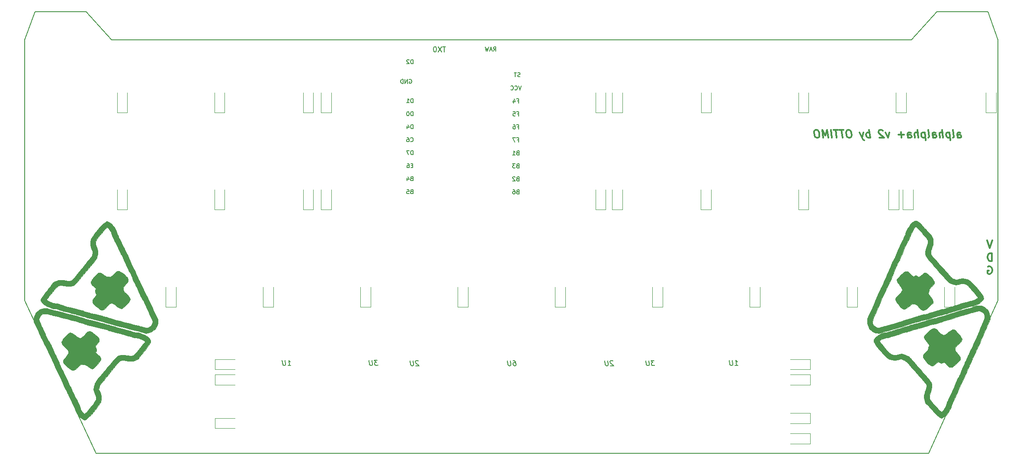
<source format=gbr>
G04 #@! TF.GenerationSoftware,KiCad,Pcbnew,(5.1.9)-1*
G04 #@! TF.CreationDate,2022-03-23T20:51:23-07:00*
G04 #@! TF.ProjectId,alphalpha_plus_v2,616c7068-616c-4706-9861-5f706c75735f,rev?*
G04 #@! TF.SameCoordinates,Original*
G04 #@! TF.FileFunction,Legend,Bot*
G04 #@! TF.FilePolarity,Positive*
%FSLAX46Y46*%
G04 Gerber Fmt 4.6, Leading zero omitted, Abs format (unit mm)*
G04 Created by KiCad (PCBNEW (5.1.9)-1) date 2022-03-23 20:51:23*
%MOMM*%
%LPD*%
G01*
G04 APERTURE LIST*
%ADD10C,0.300000*%
G04 #@! TA.AperFunction,Profile*
%ADD11C,0.200000*%
G04 #@! TD*
%ADD12C,0.010000*%
%ADD13C,0.120000*%
%ADD14C,0.150000*%
G04 APERTURE END LIST*
D10*
X201644628Y-38168971D02*
X201546414Y-37383257D01*
X201599985Y-37240400D01*
X201733914Y-37168971D01*
X202019628Y-37168971D01*
X202171414Y-37240400D01*
X201635700Y-38097542D02*
X201787485Y-38168971D01*
X202144628Y-38168971D01*
X202278557Y-38097542D01*
X202332128Y-37954685D01*
X202314271Y-37811828D01*
X202224985Y-37668971D01*
X202073200Y-37597542D01*
X201716057Y-37597542D01*
X201564271Y-37526114D01*
X200716057Y-38168971D02*
X200849985Y-38097542D01*
X200903557Y-37954685D01*
X200742842Y-36668971D01*
X200019628Y-37168971D02*
X200207128Y-38668971D01*
X200028557Y-37240400D02*
X199876771Y-37168971D01*
X199591057Y-37168971D01*
X199457128Y-37240400D01*
X199394628Y-37311828D01*
X199341057Y-37454685D01*
X199394628Y-37883257D01*
X199483914Y-38026114D01*
X199564271Y-38097542D01*
X199716057Y-38168971D01*
X200001771Y-38168971D01*
X200135700Y-38097542D01*
X198787485Y-38168971D02*
X198599985Y-36668971D01*
X198144628Y-38168971D02*
X198046414Y-37383257D01*
X198099985Y-37240400D01*
X198233914Y-37168971D01*
X198448200Y-37168971D01*
X198599985Y-37240400D01*
X198680342Y-37311828D01*
X196787485Y-38168971D02*
X196689271Y-37383257D01*
X196742842Y-37240400D01*
X196876771Y-37168971D01*
X197162485Y-37168971D01*
X197314271Y-37240400D01*
X196778557Y-38097542D02*
X196930342Y-38168971D01*
X197287485Y-38168971D01*
X197421414Y-38097542D01*
X197474985Y-37954685D01*
X197457128Y-37811828D01*
X197367842Y-37668971D01*
X197216057Y-37597542D01*
X196858914Y-37597542D01*
X196707128Y-37526114D01*
X195858914Y-38168971D02*
X195992842Y-38097542D01*
X196046414Y-37954685D01*
X195885700Y-36668971D01*
X195162485Y-37168971D02*
X195349985Y-38668971D01*
X195171414Y-37240400D02*
X195019628Y-37168971D01*
X194733914Y-37168971D01*
X194599985Y-37240400D01*
X194537485Y-37311828D01*
X194483914Y-37454685D01*
X194537485Y-37883257D01*
X194626771Y-38026114D01*
X194707128Y-38097542D01*
X194858914Y-38168971D01*
X195144628Y-38168971D01*
X195278557Y-38097542D01*
X193930342Y-38168971D02*
X193742842Y-36668971D01*
X193287485Y-38168971D02*
X193189271Y-37383257D01*
X193242842Y-37240400D01*
X193376771Y-37168971D01*
X193591057Y-37168971D01*
X193742842Y-37240400D01*
X193823200Y-37311828D01*
X191930342Y-38168971D02*
X191832128Y-37383257D01*
X191885700Y-37240400D01*
X192019628Y-37168971D01*
X192305342Y-37168971D01*
X192457128Y-37240400D01*
X191921414Y-38097542D02*
X192073200Y-38168971D01*
X192430342Y-38168971D01*
X192564271Y-38097542D01*
X192617842Y-37954685D01*
X192599985Y-37811828D01*
X192510700Y-37668971D01*
X192358914Y-37597542D01*
X192001771Y-37597542D01*
X191849985Y-37526114D01*
X191144628Y-37597542D02*
X190001771Y-37597542D01*
X190644628Y-38168971D02*
X190501771Y-37026114D01*
X188233914Y-37168971D02*
X188001771Y-38168971D01*
X187519628Y-37168971D01*
X186974985Y-36811828D02*
X186894628Y-36740400D01*
X186742842Y-36668971D01*
X186385700Y-36668971D01*
X186251771Y-36740400D01*
X186189271Y-36811828D01*
X186135700Y-36954685D01*
X186153557Y-37097542D01*
X186251771Y-37311828D01*
X187216057Y-38168971D01*
X186287485Y-38168971D01*
X184501771Y-38168971D02*
X184314271Y-36668971D01*
X184385700Y-37240400D02*
X184233914Y-37168971D01*
X183948200Y-37168971D01*
X183814271Y-37240400D01*
X183751771Y-37311828D01*
X183698200Y-37454685D01*
X183751771Y-37883257D01*
X183841057Y-38026114D01*
X183921414Y-38097542D01*
X184073200Y-38168971D01*
X184358914Y-38168971D01*
X184492842Y-38097542D01*
X183162485Y-37168971D02*
X182930342Y-38168971D01*
X182448200Y-37168971D02*
X182930342Y-38168971D01*
X183117842Y-38526114D01*
X183198200Y-38597542D01*
X183349985Y-38668971D01*
X180385700Y-36668971D02*
X180099985Y-36668971D01*
X179966057Y-36740400D01*
X179841057Y-36883257D01*
X179805342Y-37168971D01*
X179867842Y-37668971D01*
X179974985Y-37954685D01*
X180135700Y-38097542D01*
X180287485Y-38168971D01*
X180573200Y-38168971D01*
X180707128Y-38097542D01*
X180832128Y-37954685D01*
X180867842Y-37668971D01*
X180805342Y-37168971D01*
X180698200Y-36883257D01*
X180537485Y-36740400D01*
X180385700Y-36668971D01*
X179314271Y-36668971D02*
X178457128Y-36668971D01*
X179073200Y-38168971D02*
X178885700Y-36668971D01*
X178171414Y-36668971D02*
X177314271Y-36668971D01*
X177930342Y-38168971D02*
X177742842Y-36668971D01*
X177001771Y-38168971D02*
X176814271Y-36668971D01*
X176287485Y-38168971D02*
X176099985Y-36668971D01*
X175733914Y-37740400D01*
X175099985Y-36668971D01*
X175287485Y-38168971D01*
X174099985Y-36668971D02*
X173814271Y-36668971D01*
X173680342Y-36740400D01*
X173555342Y-36883257D01*
X173519628Y-37168971D01*
X173582128Y-37668971D01*
X173689271Y-37954685D01*
X173849985Y-38097542D01*
X174001771Y-38168971D01*
X174287485Y-38168971D01*
X174421414Y-38097542D01*
X174546414Y-37954685D01*
X174582128Y-37668971D01*
X174519628Y-37168971D01*
X174412485Y-36883257D01*
X174251771Y-36740400D01*
X174099985Y-36668971D01*
X208424400Y-58210871D02*
X207924400Y-59710871D01*
X207424400Y-58210871D01*
X208317257Y-62260871D02*
X208317257Y-60760871D01*
X207960114Y-60760871D01*
X207745828Y-60832300D01*
X207602971Y-60975157D01*
X207531542Y-61118014D01*
X207460114Y-61403728D01*
X207460114Y-61618014D01*
X207531542Y-61903728D01*
X207602971Y-62046585D01*
X207745828Y-62189442D01*
X207960114Y-62260871D01*
X208317257Y-62260871D01*
X207531542Y-63382300D02*
X207674400Y-63310871D01*
X207888685Y-63310871D01*
X208102971Y-63382300D01*
X208245828Y-63525157D01*
X208317257Y-63668014D01*
X208388685Y-63953728D01*
X208388685Y-64168014D01*
X208317257Y-64453728D01*
X208245828Y-64596585D01*
X208102971Y-64739442D01*
X207888685Y-64810871D01*
X207745828Y-64810871D01*
X207531542Y-64739442D01*
X207460114Y-64668014D01*
X207460114Y-64168014D01*
X207745828Y-64168014D01*
D11*
X19050000Y-19000000D02*
X19050000Y-70000000D01*
X33020000Y-99900000D02*
X196000000Y-99900000D01*
X21050000Y-13500000D02*
X31050000Y-13500000D01*
X209550000Y-19000000D02*
X209550000Y-70000000D01*
X19050000Y-70000000D02*
X33020000Y-99900000D01*
X196000000Y-99900000D02*
X209550000Y-70000000D01*
X19050000Y-19000000D02*
X21050000Y-13500000D01*
X31050000Y-13500000D02*
X36050000Y-19000000D01*
X209550000Y-19000000D02*
X207550000Y-13500000D01*
X197550000Y-13500000D02*
X207550000Y-13500000D01*
X197550000Y-13500000D02*
X192550000Y-19000000D01*
X36050000Y-19000000D02*
X192550000Y-19000000D01*
D12*
G36*
X184536950Y-75710575D02*
G01*
X184752038Y-75874693D01*
X184899620Y-75978244D01*
X185235762Y-76190545D01*
X185524221Y-76311951D01*
X185837125Y-76371233D01*
X185900376Y-76377418D01*
X186204433Y-76384902D01*
X186465448Y-76358244D01*
X186580932Y-76323437D01*
X186760986Y-76252210D01*
X187075128Y-76148887D01*
X187493128Y-76022270D01*
X187984755Y-75881161D01*
X188519776Y-75734364D01*
X189067960Y-75590681D01*
X189291064Y-75534325D01*
X189726855Y-75417422D01*
X190186121Y-75281169D01*
X190585489Y-75150593D01*
X190670063Y-75120354D01*
X191570700Y-74811022D01*
X192572610Y-74504061D01*
X193501573Y-74247924D01*
X193856256Y-74151075D01*
X194148999Y-74063207D01*
X194341058Y-73996390D01*
X194393329Y-73970169D01*
X194499280Y-73927810D01*
X194734995Y-73860291D01*
X195064520Y-73777246D01*
X195414351Y-73696580D01*
X195795890Y-73609281D01*
X196114452Y-73530982D01*
X196334824Y-73470697D01*
X196420464Y-73438993D01*
X196525444Y-73393681D01*
X196759568Y-73314677D01*
X197088372Y-73211956D01*
X197477394Y-73095495D01*
X197892169Y-72975268D01*
X198298238Y-72861251D01*
X198661135Y-72763420D01*
X198946398Y-72691749D01*
X199119566Y-72656216D01*
X199128504Y-72655129D01*
X199390880Y-72603290D01*
X199586831Y-72537106D01*
X199732433Y-72483755D01*
X200009410Y-72392567D01*
X200386662Y-72273399D01*
X200833087Y-72136108D01*
X201213944Y-72021397D01*
X201692962Y-71876728D01*
X202127306Y-71742332D01*
X202485887Y-71628078D01*
X202737618Y-71543837D01*
X202840468Y-71505010D01*
X203050196Y-71431130D01*
X203330618Y-71356803D01*
X203423352Y-71336694D01*
X203705823Y-71268320D01*
X203949646Y-71190956D01*
X204005843Y-71167926D01*
X204235535Y-71101122D01*
X204497185Y-71070722D01*
X204869169Y-71008222D01*
X205301293Y-70851844D01*
X205735935Y-70629391D01*
X206115472Y-70368663D01*
X206294462Y-70203612D01*
X206535811Y-69934274D01*
X206669928Y-69736161D01*
X206710341Y-69561792D01*
X206670578Y-69363693D01*
X206591787Y-69160181D01*
X206453621Y-68909077D01*
X206220445Y-68571520D01*
X205915248Y-68173751D01*
X205561018Y-67742007D01*
X205180744Y-67302528D01*
X204797416Y-66881553D01*
X204434022Y-66505321D01*
X204113550Y-66200070D01*
X203858991Y-65992042D01*
X203764453Y-65933118D01*
X203187959Y-65725725D01*
X202561320Y-65657560D01*
X201931733Y-65729302D01*
X201431889Y-65899686D01*
X201285102Y-65902712D01*
X201049144Y-65845178D01*
X200882064Y-65783399D01*
X200735547Y-65717760D01*
X200603392Y-65643192D01*
X200466117Y-65541320D01*
X200304237Y-65393770D01*
X200098267Y-65182168D01*
X199828721Y-64888137D01*
X199476115Y-64493305D01*
X199283119Y-64275552D01*
X198646613Y-63556597D01*
X198113112Y-62953904D01*
X197673350Y-62456969D01*
X197318061Y-62055292D01*
X197037976Y-61738369D01*
X196823829Y-61495699D01*
X196666355Y-61316781D01*
X196556286Y-61191112D01*
X196484354Y-61108190D01*
X196441296Y-61057514D01*
X196417841Y-61028581D01*
X196416396Y-61026711D01*
X196355757Y-60834554D01*
X196359098Y-60534328D01*
X196421096Y-60172472D01*
X196536430Y-59795421D01*
X196566053Y-59720763D01*
X196691565Y-59363070D01*
X196788327Y-58987726D01*
X196827474Y-58743608D01*
X196824964Y-58431026D01*
X196776840Y-58071213D01*
X196695556Y-57718080D01*
X196593561Y-57425536D01*
X196483308Y-57247486D01*
X196481524Y-57245845D01*
X196394426Y-57157083D01*
X196211842Y-56964356D01*
X195953032Y-56688227D01*
X195637258Y-56349257D01*
X195283784Y-55968008D01*
X195228706Y-55908449D01*
X194721958Y-55369482D01*
X194316758Y-54959033D01*
X194009095Y-54673218D01*
X193794958Y-54508147D01*
X193765352Y-54490576D01*
X193579327Y-54399358D01*
X193428666Y-54378189D01*
X193252127Y-54432666D01*
X193003504Y-54560217D01*
X192784131Y-54686005D01*
X192649060Y-54785827D01*
X193352539Y-55595088D01*
X193445956Y-55568702D01*
X193489568Y-55577367D01*
X193586172Y-55651823D01*
X193772825Y-55834390D01*
X194029755Y-56104287D01*
X194337193Y-56440730D01*
X194675365Y-56822940D01*
X194683922Y-56832764D01*
X195051407Y-57255854D01*
X195322847Y-57573761D01*
X195513659Y-57808778D01*
X195639261Y-57983194D01*
X195715071Y-58119301D01*
X195756505Y-58239393D01*
X195778984Y-58365759D01*
X195786599Y-58427067D01*
X195766018Y-58834994D01*
X195623058Y-59317989D01*
X195610824Y-59348381D01*
X195394556Y-59971501D01*
X195297720Y-60498435D01*
X195317369Y-60950034D01*
X195359925Y-61123144D01*
X195397588Y-61232339D01*
X195447556Y-61343217D01*
X195521004Y-61469889D01*
X195629108Y-61626464D01*
X195783041Y-61827055D01*
X195993979Y-62085770D01*
X196273096Y-62416721D01*
X196631568Y-62834020D01*
X197080571Y-63351775D01*
X197569948Y-63913746D01*
X198112161Y-64535012D01*
X198556536Y-65041604D01*
X198915942Y-65446978D01*
X199203252Y-65764590D01*
X199431333Y-66007896D01*
X199613057Y-66190354D01*
X199761294Y-66325416D01*
X199888915Y-66426541D01*
X200008789Y-66507185D01*
X200105491Y-66564697D01*
X200655867Y-66811437D01*
X201192036Y-66920515D01*
X201686308Y-66888042D01*
X201908473Y-66817763D01*
X202307865Y-66714370D01*
X202734330Y-66705881D01*
X203127602Y-66787481D01*
X203407821Y-66937592D01*
X203625448Y-67135851D01*
X203897566Y-67413173D01*
X204203027Y-67744554D01*
X204520686Y-68104987D01*
X204829398Y-68469467D01*
X205108018Y-68812989D01*
X205335401Y-69110546D01*
X205490402Y-69337135D01*
X205551875Y-69467748D01*
X205552118Y-69473352D01*
X205477267Y-69569561D01*
X205287863Y-69694816D01*
X205030834Y-69827197D01*
X204753108Y-69944786D01*
X204501612Y-70025665D01*
X204323276Y-70047914D01*
X204322232Y-70047792D01*
X204095869Y-70060506D01*
X203848099Y-70124681D01*
X203607638Y-70206838D01*
X203294959Y-70302439D01*
X203126598Y-70350050D01*
X202863767Y-70426090D01*
X202491444Y-70539421D01*
X202060920Y-70674213D01*
X201658860Y-70803130D01*
X201232076Y-70938856D01*
X200827961Y-71062313D01*
X200493122Y-71159570D01*
X200280019Y-71215372D01*
X200043752Y-71277456D01*
X199882258Y-71335189D01*
X199853778Y-71351935D01*
X199753784Y-71391731D01*
X199520683Y-71464785D01*
X199185315Y-71561990D01*
X198778520Y-71674242D01*
X198602646Y-71721333D01*
X197780489Y-71942379D01*
X197117883Y-72126793D01*
X196609415Y-72276157D01*
X196249670Y-72392057D01*
X196049581Y-72468621D01*
X195879749Y-72525295D01*
X195592532Y-72602343D01*
X195236630Y-72687141D01*
X195042505Y-72729700D01*
X194670891Y-72814070D01*
X194343617Y-72898120D01*
X194109082Y-72968985D01*
X194040145Y-72996205D01*
X193869553Y-73061068D01*
X193586162Y-73151112D01*
X193241415Y-73250316D01*
X193113186Y-73284923D01*
X192197836Y-73542779D01*
X191271554Y-73831569D01*
X190421179Y-74124151D01*
X190378548Y-74139736D01*
X190008569Y-74265005D01*
X189557029Y-74402890D01*
X189107421Y-74528183D01*
X189001174Y-74555578D01*
X188561798Y-74670281D01*
X188045026Y-74810860D01*
X187535527Y-74954108D01*
X187325151Y-75015022D01*
X186834212Y-75158413D01*
X186475999Y-75257982D01*
X186220477Y-75316631D01*
X186037613Y-75337262D01*
X185897372Y-75322778D01*
X185769719Y-75276082D01*
X185624623Y-75200074D01*
X185592428Y-75182463D01*
X185339845Y-75026999D01*
X185184978Y-74871604D01*
X185070477Y-74663095D01*
X184986822Y-74418112D01*
X184965650Y-74162062D01*
X185012758Y-73863478D01*
X185133943Y-73490891D01*
X185335003Y-73012835D01*
X185401446Y-72866579D01*
X185591364Y-72443129D01*
X185817066Y-71924589D01*
X186051788Y-71373231D01*
X186268769Y-70851324D01*
X186292198Y-70793989D01*
X186443645Y-70432626D01*
X186633081Y-69996093D01*
X186849292Y-69508659D01*
X187081069Y-68994600D01*
X187317197Y-68478186D01*
X187546466Y-67983689D01*
X187757664Y-67535381D01*
X187939578Y-67157533D01*
X188080999Y-66874417D01*
X188170712Y-66710306D01*
X188192137Y-66680912D01*
X188236741Y-66594601D01*
X188335855Y-66375688D01*
X188479101Y-66047978D01*
X188656104Y-65635278D01*
X188856490Y-65161395D01*
X188911139Y-65031104D01*
X189209389Y-64319347D01*
X189449574Y-63747878D01*
X189638779Y-63300681D01*
X189784082Y-62961743D01*
X189892567Y-62715050D01*
X189971315Y-62544588D01*
X190027408Y-62434344D01*
X190067928Y-62368302D01*
X190099957Y-62330449D01*
X190109161Y-62322028D01*
X190155311Y-62267842D01*
X190215183Y-62165858D01*
X190297228Y-61997132D01*
X190409896Y-61742729D01*
X190561633Y-61383706D01*
X190760892Y-60901122D01*
X190955707Y-60424367D01*
X191170973Y-59920479D01*
X191425468Y-59361737D01*
X191682872Y-58826350D01*
X191851095Y-58496428D01*
X192047935Y-58109207D01*
X192219769Y-57744605D01*
X192347059Y-57445763D01*
X192407755Y-57267166D01*
X192620413Y-56659443D01*
X192975227Y-56051632D01*
X193060055Y-55933294D01*
X193235257Y-55707212D01*
X193352539Y-55595088D01*
X192649060Y-54785827D01*
X192619628Y-54807577D01*
X192472719Y-54963499D01*
X192306130Y-55192332D01*
X192121111Y-55473129D01*
X191831861Y-55938042D01*
X191631282Y-56309976D01*
X191500968Y-56627128D01*
X191424203Y-56918934D01*
X191367364Y-57087841D01*
X191248655Y-57365157D01*
X191086352Y-57710122D01*
X190927945Y-58025747D01*
X190709907Y-58466549D01*
X190463688Y-58994140D01*
X190221885Y-59537259D01*
X190044936Y-59956025D01*
X189810745Y-60523859D01*
X189622228Y-60967007D01*
X189464173Y-61318791D01*
X189321363Y-61612532D01*
X189178585Y-61881551D01*
X189109373Y-62005040D01*
X189022048Y-62178526D01*
X188881593Y-62481205D01*
X188700081Y-62885987D01*
X188489578Y-63365786D01*
X188262154Y-63893514D01*
X188139995Y-64180760D01*
X187867236Y-64815780D01*
X187565243Y-65503085D01*
X187256684Y-66192123D01*
X186964225Y-66832336D01*
X186710535Y-67373172D01*
X186681179Y-67434386D01*
X186453993Y-67917397D01*
X186180811Y-68515497D01*
X185880101Y-69187193D01*
X185570333Y-69890993D01*
X185269976Y-70585402D01*
X185085577Y-71019100D01*
X184840330Y-71596012D01*
X184609830Y-72129538D01*
X184404008Y-72597368D01*
X184232796Y-72977192D01*
X184106126Y-73246701D01*
X184033926Y-73383585D01*
X184031416Y-73387275D01*
X183933642Y-73646413D01*
X183907567Y-74009867D01*
X183949791Y-74430175D01*
X184056915Y-74859884D01*
X184154867Y-75111157D01*
X184283035Y-75380817D01*
X184395506Y-75563286D01*
X184536950Y-75710575D01*
G37*
X184536950Y-75710575D02*
X184752038Y-75874693D01*
X184899620Y-75978244D01*
X185235762Y-76190545D01*
X185524221Y-76311951D01*
X185837125Y-76371233D01*
X185900376Y-76377418D01*
X186204433Y-76384902D01*
X186465448Y-76358244D01*
X186580932Y-76323437D01*
X186760986Y-76252210D01*
X187075128Y-76148887D01*
X187493128Y-76022270D01*
X187984755Y-75881161D01*
X188519776Y-75734364D01*
X189067960Y-75590681D01*
X189291064Y-75534325D01*
X189726855Y-75417422D01*
X190186121Y-75281169D01*
X190585489Y-75150593D01*
X190670063Y-75120354D01*
X191570700Y-74811022D01*
X192572610Y-74504061D01*
X193501573Y-74247924D01*
X193856256Y-74151075D01*
X194148999Y-74063207D01*
X194341058Y-73996390D01*
X194393329Y-73970169D01*
X194499280Y-73927810D01*
X194734995Y-73860291D01*
X195064520Y-73777246D01*
X195414351Y-73696580D01*
X195795890Y-73609281D01*
X196114452Y-73530982D01*
X196334824Y-73470697D01*
X196420464Y-73438993D01*
X196525444Y-73393681D01*
X196759568Y-73314677D01*
X197088372Y-73211956D01*
X197477394Y-73095495D01*
X197892169Y-72975268D01*
X198298238Y-72861251D01*
X198661135Y-72763420D01*
X198946398Y-72691749D01*
X199119566Y-72656216D01*
X199128504Y-72655129D01*
X199390880Y-72603290D01*
X199586831Y-72537106D01*
X199732433Y-72483755D01*
X200009410Y-72392567D01*
X200386662Y-72273399D01*
X200833087Y-72136108D01*
X201213944Y-72021397D01*
X201692962Y-71876728D01*
X202127306Y-71742332D01*
X202485887Y-71628078D01*
X202737618Y-71543837D01*
X202840468Y-71505010D01*
X203050196Y-71431130D01*
X203330618Y-71356803D01*
X203423352Y-71336694D01*
X203705823Y-71268320D01*
X203949646Y-71190956D01*
X204005843Y-71167926D01*
X204235535Y-71101122D01*
X204497185Y-71070722D01*
X204869169Y-71008222D01*
X205301293Y-70851844D01*
X205735935Y-70629391D01*
X206115472Y-70368663D01*
X206294462Y-70203612D01*
X206535811Y-69934274D01*
X206669928Y-69736161D01*
X206710341Y-69561792D01*
X206670578Y-69363693D01*
X206591787Y-69160181D01*
X206453621Y-68909077D01*
X206220445Y-68571520D01*
X205915248Y-68173751D01*
X205561018Y-67742007D01*
X205180744Y-67302528D01*
X204797416Y-66881553D01*
X204434022Y-66505321D01*
X204113550Y-66200070D01*
X203858991Y-65992042D01*
X203764453Y-65933118D01*
X203187959Y-65725725D01*
X202561320Y-65657560D01*
X201931733Y-65729302D01*
X201431889Y-65899686D01*
X201285102Y-65902712D01*
X201049144Y-65845178D01*
X200882064Y-65783399D01*
X200735547Y-65717760D01*
X200603392Y-65643192D01*
X200466117Y-65541320D01*
X200304237Y-65393770D01*
X200098267Y-65182168D01*
X199828721Y-64888137D01*
X199476115Y-64493305D01*
X199283119Y-64275552D01*
X198646613Y-63556597D01*
X198113112Y-62953904D01*
X197673350Y-62456969D01*
X197318061Y-62055292D01*
X197037976Y-61738369D01*
X196823829Y-61495699D01*
X196666355Y-61316781D01*
X196556286Y-61191112D01*
X196484354Y-61108190D01*
X196441296Y-61057514D01*
X196417841Y-61028581D01*
X196416396Y-61026711D01*
X196355757Y-60834554D01*
X196359098Y-60534328D01*
X196421096Y-60172472D01*
X196536430Y-59795421D01*
X196566053Y-59720763D01*
X196691565Y-59363070D01*
X196788327Y-58987726D01*
X196827474Y-58743608D01*
X196824964Y-58431026D01*
X196776840Y-58071213D01*
X196695556Y-57718080D01*
X196593561Y-57425536D01*
X196483308Y-57247486D01*
X196481524Y-57245845D01*
X196394426Y-57157083D01*
X196211842Y-56964356D01*
X195953032Y-56688227D01*
X195637258Y-56349257D01*
X195283784Y-55968008D01*
X195228706Y-55908449D01*
X194721958Y-55369482D01*
X194316758Y-54959033D01*
X194009095Y-54673218D01*
X193794958Y-54508147D01*
X193765352Y-54490576D01*
X193579327Y-54399358D01*
X193428666Y-54378189D01*
X193252127Y-54432666D01*
X193003504Y-54560217D01*
X192784131Y-54686005D01*
X192649060Y-54785827D01*
X193352539Y-55595088D01*
X193445956Y-55568702D01*
X193489568Y-55577367D01*
X193586172Y-55651823D01*
X193772825Y-55834390D01*
X194029755Y-56104287D01*
X194337193Y-56440730D01*
X194675365Y-56822940D01*
X194683922Y-56832764D01*
X195051407Y-57255854D01*
X195322847Y-57573761D01*
X195513659Y-57808778D01*
X195639261Y-57983194D01*
X195715071Y-58119301D01*
X195756505Y-58239393D01*
X195778984Y-58365759D01*
X195786599Y-58427067D01*
X195766018Y-58834994D01*
X195623058Y-59317989D01*
X195610824Y-59348381D01*
X195394556Y-59971501D01*
X195297720Y-60498435D01*
X195317369Y-60950034D01*
X195359925Y-61123144D01*
X195397588Y-61232339D01*
X195447556Y-61343217D01*
X195521004Y-61469889D01*
X195629108Y-61626464D01*
X195783041Y-61827055D01*
X195993979Y-62085770D01*
X196273096Y-62416721D01*
X196631568Y-62834020D01*
X197080571Y-63351775D01*
X197569948Y-63913746D01*
X198112161Y-64535012D01*
X198556536Y-65041604D01*
X198915942Y-65446978D01*
X199203252Y-65764590D01*
X199431333Y-66007896D01*
X199613057Y-66190354D01*
X199761294Y-66325416D01*
X199888915Y-66426541D01*
X200008789Y-66507185D01*
X200105491Y-66564697D01*
X200655867Y-66811437D01*
X201192036Y-66920515D01*
X201686308Y-66888042D01*
X201908473Y-66817763D01*
X202307865Y-66714370D01*
X202734330Y-66705881D01*
X203127602Y-66787481D01*
X203407821Y-66937592D01*
X203625448Y-67135851D01*
X203897566Y-67413173D01*
X204203027Y-67744554D01*
X204520686Y-68104987D01*
X204829398Y-68469467D01*
X205108018Y-68812989D01*
X205335401Y-69110546D01*
X205490402Y-69337135D01*
X205551875Y-69467748D01*
X205552118Y-69473352D01*
X205477267Y-69569561D01*
X205287863Y-69694816D01*
X205030834Y-69827197D01*
X204753108Y-69944786D01*
X204501612Y-70025665D01*
X204323276Y-70047914D01*
X204322232Y-70047792D01*
X204095869Y-70060506D01*
X203848099Y-70124681D01*
X203607638Y-70206838D01*
X203294959Y-70302439D01*
X203126598Y-70350050D01*
X202863767Y-70426090D01*
X202491444Y-70539421D01*
X202060920Y-70674213D01*
X201658860Y-70803130D01*
X201232076Y-70938856D01*
X200827961Y-71062313D01*
X200493122Y-71159570D01*
X200280019Y-71215372D01*
X200043752Y-71277456D01*
X199882258Y-71335189D01*
X199853778Y-71351935D01*
X199753784Y-71391731D01*
X199520683Y-71464785D01*
X199185315Y-71561990D01*
X198778520Y-71674242D01*
X198602646Y-71721333D01*
X197780489Y-71942379D01*
X197117883Y-72126793D01*
X196609415Y-72276157D01*
X196249670Y-72392057D01*
X196049581Y-72468621D01*
X195879749Y-72525295D01*
X195592532Y-72602343D01*
X195236630Y-72687141D01*
X195042505Y-72729700D01*
X194670891Y-72814070D01*
X194343617Y-72898120D01*
X194109082Y-72968985D01*
X194040145Y-72996205D01*
X193869553Y-73061068D01*
X193586162Y-73151112D01*
X193241415Y-73250316D01*
X193113186Y-73284923D01*
X192197836Y-73542779D01*
X191271554Y-73831569D01*
X190421179Y-74124151D01*
X190378548Y-74139736D01*
X190008569Y-74265005D01*
X189557029Y-74402890D01*
X189107421Y-74528183D01*
X189001174Y-74555578D01*
X188561798Y-74670281D01*
X188045026Y-74810860D01*
X187535527Y-74954108D01*
X187325151Y-75015022D01*
X186834212Y-75158413D01*
X186475999Y-75257982D01*
X186220477Y-75316631D01*
X186037613Y-75337262D01*
X185897372Y-75322778D01*
X185769719Y-75276082D01*
X185624623Y-75200074D01*
X185592428Y-75182463D01*
X185339845Y-75026999D01*
X185184978Y-74871604D01*
X185070477Y-74663095D01*
X184986822Y-74418112D01*
X184965650Y-74162062D01*
X185012758Y-73863478D01*
X185133943Y-73490891D01*
X185335003Y-73012835D01*
X185401446Y-72866579D01*
X185591364Y-72443129D01*
X185817066Y-71924589D01*
X186051788Y-71373231D01*
X186268769Y-70851324D01*
X186292198Y-70793989D01*
X186443645Y-70432626D01*
X186633081Y-69996093D01*
X186849292Y-69508659D01*
X187081069Y-68994600D01*
X187317197Y-68478186D01*
X187546466Y-67983689D01*
X187757664Y-67535381D01*
X187939578Y-67157533D01*
X188080999Y-66874417D01*
X188170712Y-66710306D01*
X188192137Y-66680912D01*
X188236741Y-66594601D01*
X188335855Y-66375688D01*
X188479101Y-66047978D01*
X188656104Y-65635278D01*
X188856490Y-65161395D01*
X188911139Y-65031104D01*
X189209389Y-64319347D01*
X189449574Y-63747878D01*
X189638779Y-63300681D01*
X189784082Y-62961743D01*
X189892567Y-62715050D01*
X189971315Y-62544588D01*
X190027408Y-62434344D01*
X190067928Y-62368302D01*
X190099957Y-62330449D01*
X190109161Y-62322028D01*
X190155311Y-62267842D01*
X190215183Y-62165858D01*
X190297228Y-61997132D01*
X190409896Y-61742729D01*
X190561633Y-61383706D01*
X190760892Y-60901122D01*
X190955707Y-60424367D01*
X191170973Y-59920479D01*
X191425468Y-59361737D01*
X191682872Y-58826350D01*
X191851095Y-58496428D01*
X192047935Y-58109207D01*
X192219769Y-57744605D01*
X192347059Y-57445763D01*
X192407755Y-57267166D01*
X192620413Y-56659443D01*
X192975227Y-56051632D01*
X193060055Y-55933294D01*
X193235257Y-55707212D01*
X193352539Y-55595088D01*
X192649060Y-54785827D01*
X192619628Y-54807577D01*
X192472719Y-54963499D01*
X192306130Y-55192332D01*
X192121111Y-55473129D01*
X191831861Y-55938042D01*
X191631282Y-56309976D01*
X191500968Y-56627128D01*
X191424203Y-56918934D01*
X191367364Y-57087841D01*
X191248655Y-57365157D01*
X191086352Y-57710122D01*
X190927945Y-58025747D01*
X190709907Y-58466549D01*
X190463688Y-58994140D01*
X190221885Y-59537259D01*
X190044936Y-59956025D01*
X189810745Y-60523859D01*
X189622228Y-60967007D01*
X189464173Y-61318791D01*
X189321363Y-61612532D01*
X189178585Y-61881551D01*
X189109373Y-62005040D01*
X189022048Y-62178526D01*
X188881593Y-62481205D01*
X188700081Y-62885987D01*
X188489578Y-63365786D01*
X188262154Y-63893514D01*
X188139995Y-64180760D01*
X187867236Y-64815780D01*
X187565243Y-65503085D01*
X187256684Y-66192123D01*
X186964225Y-66832336D01*
X186710535Y-67373172D01*
X186681179Y-67434386D01*
X186453993Y-67917397D01*
X186180811Y-68515497D01*
X185880101Y-69187193D01*
X185570333Y-69890993D01*
X185269976Y-70585402D01*
X185085577Y-71019100D01*
X184840330Y-71596012D01*
X184609830Y-72129538D01*
X184404008Y-72597368D01*
X184232796Y-72977192D01*
X184106126Y-73246701D01*
X184033926Y-73383585D01*
X184031416Y-73387275D01*
X183933642Y-73646413D01*
X183907567Y-74009867D01*
X183949791Y-74430175D01*
X184056915Y-74859884D01*
X184154867Y-75111157D01*
X184283035Y-75380817D01*
X184395506Y-75563286D01*
X184536950Y-75710575D01*
G36*
X190699479Y-71510721D02*
G01*
X190978084Y-71657875D01*
X191254357Y-71669187D01*
X191554256Y-71549087D01*
X191903734Y-71302009D01*
X192092707Y-71143095D01*
X192454768Y-70853643D01*
X192746807Y-70687393D01*
X193001916Y-70633233D01*
X193253188Y-70680051D01*
X193351210Y-70720464D01*
X193593681Y-70864432D01*
X193823108Y-71081514D01*
X194026768Y-71333219D01*
X194331763Y-71681905D01*
X194613320Y-71876748D01*
X194891400Y-71927579D01*
X195121621Y-71872432D01*
X195314799Y-71761866D01*
X195582332Y-71566209D01*
X195888490Y-71316785D01*
X196197539Y-71044919D01*
X196473748Y-70781936D01*
X196681385Y-70559164D01*
X196780444Y-70418177D01*
X196822767Y-70179879D01*
X196741849Y-69898693D01*
X196530331Y-69557215D01*
X196292243Y-69263329D01*
X196015359Y-68909846D01*
X195875969Y-68641570D01*
X195870574Y-68449930D01*
X195927715Y-68370296D01*
X196000521Y-68229792D01*
X196038466Y-68009356D01*
X196039145Y-67992971D01*
X196058738Y-67826232D01*
X196124811Y-67684011D01*
X196266778Y-67522950D01*
X196502871Y-67309398D01*
X196802680Y-67028829D01*
X196978879Y-66802101D01*
X197050623Y-66591996D01*
X197037065Y-66361296D01*
X197023173Y-66298429D01*
X196922596Y-66081231D01*
X196722423Y-65790331D01*
X196452237Y-65461509D01*
X196141625Y-65130544D01*
X195820170Y-64833216D01*
X195792347Y-64809852D01*
X195549820Y-64636638D01*
X195335329Y-64568498D01*
X195110470Y-64610282D01*
X194836841Y-64766834D01*
X194575272Y-64963463D01*
X194048745Y-65380782D01*
X193787899Y-65225683D01*
X193473193Y-65114252D01*
X193186483Y-65168745D01*
X193054412Y-65258798D01*
X192982681Y-65300292D01*
X192897926Y-65282523D01*
X192772067Y-65186612D01*
X192577017Y-64993684D01*
X192429484Y-64838757D01*
X192179760Y-64580243D01*
X192004571Y-64423172D01*
X191865638Y-64342700D01*
X191724682Y-64313993D01*
X191616658Y-64311308D01*
X191471313Y-64319818D01*
X191339646Y-64356610D01*
X191189748Y-64441128D01*
X190989712Y-64592813D01*
X190707632Y-64831109D01*
X190575054Y-64946015D01*
X190272575Y-65219649D01*
X190013353Y-65473962D01*
X189828154Y-65677549D01*
X189752752Y-65785386D01*
X189699705Y-66001643D01*
X189744807Y-66236661D01*
X189899260Y-66517350D01*
X190174268Y-66870619D01*
X190232943Y-66938826D01*
X190549859Y-67338043D01*
X190728513Y-67667781D01*
X190768071Y-67957493D01*
X190667698Y-68236633D01*
X190426559Y-68534655D01*
X190181214Y-68763598D01*
X189781029Y-69146346D01*
X189529248Y-69467601D01*
X189420108Y-69735912D01*
X189423484Y-69888447D01*
X189491082Y-70027240D01*
X189641594Y-70261194D01*
X189850797Y-70554335D01*
X190031453Y-70791159D01*
X190392588Y-71223293D01*
X190699479Y-71510721D01*
G37*
X190699479Y-71510721D02*
X190978084Y-71657875D01*
X191254357Y-71669187D01*
X191554256Y-71549087D01*
X191903734Y-71302009D01*
X192092707Y-71143095D01*
X192454768Y-70853643D01*
X192746807Y-70687393D01*
X193001916Y-70633233D01*
X193253188Y-70680051D01*
X193351210Y-70720464D01*
X193593681Y-70864432D01*
X193823108Y-71081514D01*
X194026768Y-71333219D01*
X194331763Y-71681905D01*
X194613320Y-71876748D01*
X194891400Y-71927579D01*
X195121621Y-71872432D01*
X195314799Y-71761866D01*
X195582332Y-71566209D01*
X195888490Y-71316785D01*
X196197539Y-71044919D01*
X196473748Y-70781936D01*
X196681385Y-70559164D01*
X196780444Y-70418177D01*
X196822767Y-70179879D01*
X196741849Y-69898693D01*
X196530331Y-69557215D01*
X196292243Y-69263329D01*
X196015359Y-68909846D01*
X195875969Y-68641570D01*
X195870574Y-68449930D01*
X195927715Y-68370296D01*
X196000521Y-68229792D01*
X196038466Y-68009356D01*
X196039145Y-67992971D01*
X196058738Y-67826232D01*
X196124811Y-67684011D01*
X196266778Y-67522950D01*
X196502871Y-67309398D01*
X196802680Y-67028829D01*
X196978879Y-66802101D01*
X197050623Y-66591996D01*
X197037065Y-66361296D01*
X197023173Y-66298429D01*
X196922596Y-66081231D01*
X196722423Y-65790331D01*
X196452237Y-65461509D01*
X196141625Y-65130544D01*
X195820170Y-64833216D01*
X195792347Y-64809852D01*
X195549820Y-64636638D01*
X195335329Y-64568498D01*
X195110470Y-64610282D01*
X194836841Y-64766834D01*
X194575272Y-64963463D01*
X194048745Y-65380782D01*
X193787899Y-65225683D01*
X193473193Y-65114252D01*
X193186483Y-65168745D01*
X193054412Y-65258798D01*
X192982681Y-65300292D01*
X192897926Y-65282523D01*
X192772067Y-65186612D01*
X192577017Y-64993684D01*
X192429484Y-64838757D01*
X192179760Y-64580243D01*
X192004571Y-64423172D01*
X191865638Y-64342700D01*
X191724682Y-64313993D01*
X191616658Y-64311308D01*
X191471313Y-64319818D01*
X191339646Y-64356610D01*
X191189748Y-64441128D01*
X190989712Y-64592813D01*
X190707632Y-64831109D01*
X190575054Y-64946015D01*
X190272575Y-65219649D01*
X190013353Y-65473962D01*
X189828154Y-65677549D01*
X189752752Y-65785386D01*
X189699705Y-66001643D01*
X189744807Y-66236661D01*
X189899260Y-66517350D01*
X190174268Y-66870619D01*
X190232943Y-66938826D01*
X190549859Y-67338043D01*
X190728513Y-67667781D01*
X190768071Y-67957493D01*
X190667698Y-68236633D01*
X190426559Y-68534655D01*
X190181214Y-68763598D01*
X189781029Y-69146346D01*
X189529248Y-69467601D01*
X189420108Y-69735912D01*
X189423484Y-69888447D01*
X189491082Y-70027240D01*
X189641594Y-70261194D01*
X189850797Y-70554335D01*
X190031453Y-70791159D01*
X190392588Y-71223293D01*
X190699479Y-71510721D01*
G36*
X44641244Y-75471012D02*
G01*
X44769694Y-75232898D01*
X44848883Y-75070934D01*
X45005986Y-74705719D01*
X45080773Y-74401819D01*
X45090375Y-74083495D01*
X45086590Y-74020054D01*
X45046417Y-73718571D01*
X44979255Y-73464939D01*
X44926812Y-73356322D01*
X44828294Y-73189627D01*
X44677101Y-72895516D01*
X44486653Y-72502469D01*
X44270374Y-72038969D01*
X44041689Y-71533499D01*
X43814020Y-71014542D01*
X43723456Y-70803000D01*
X43539820Y-70390862D01*
X43333400Y-69958565D01*
X43141956Y-69584541D01*
X43098859Y-69505738D01*
X42652445Y-68664580D01*
X42192530Y-67723024D01*
X41794224Y-66845567D01*
X41643083Y-66510401D01*
X41510502Y-66235008D01*
X41414463Y-66055766D01*
X41380388Y-66008240D01*
X41321976Y-65910220D01*
X41218414Y-65687969D01*
X41084842Y-65375493D01*
X40950444Y-65042588D01*
X40804534Y-64679402D01*
X40677364Y-64377011D01*
X40583348Y-64168783D01*
X40538637Y-64089157D01*
X40477461Y-63992558D01*
X40362804Y-63773675D01*
X40209912Y-63464989D01*
X40034028Y-63098975D01*
X39850396Y-62708113D01*
X39674260Y-62324880D01*
X39520863Y-61981755D01*
X39405450Y-61711216D01*
X39343265Y-61545739D01*
X39340793Y-61537081D01*
X39248548Y-61286045D01*
X39152525Y-61102859D01*
X39077054Y-60967396D01*
X38943660Y-60708094D01*
X38766944Y-60354129D01*
X38561507Y-59934677D01*
X38388629Y-59576453D01*
X38170806Y-59125964D01*
X37970119Y-58717992D01*
X37801177Y-58381699D01*
X37678594Y-58146245D01*
X37624155Y-58050736D01*
X37518376Y-57855147D01*
X37401096Y-57589805D01*
X37366728Y-57501358D01*
X37255008Y-57233061D01*
X37140454Y-57004342D01*
X37108916Y-56952440D01*
X37007003Y-56736027D01*
X36936047Y-56482353D01*
X36816125Y-56124726D01*
X36594073Y-55722385D01*
X36306366Y-55327893D01*
X35989475Y-54993816D01*
X35798456Y-54842849D01*
X35494679Y-54646605D01*
X35278024Y-54545132D01*
X35099480Y-54532494D01*
X34910040Y-54602756D01*
X34721359Y-54712414D01*
X34494961Y-54888160D01*
X34198037Y-55171270D01*
X33852908Y-55534935D01*
X33481893Y-55952343D01*
X33107313Y-56396685D01*
X32751486Y-56841149D01*
X32436734Y-57258925D01*
X32185374Y-57623203D01*
X32019728Y-57907171D01*
X31976319Y-58009763D01*
X31861663Y-58611602D01*
X31892365Y-59241190D01*
X32061713Y-59851802D01*
X32308193Y-60318838D01*
X32334144Y-60463345D01*
X32314230Y-60705398D01*
X32279349Y-60880085D01*
X32237438Y-61035068D01*
X32184461Y-61177260D01*
X32105318Y-61328781D01*
X31984909Y-61511750D01*
X31808132Y-61748286D01*
X31559888Y-62060510D01*
X31225077Y-62470541D01*
X31040196Y-62695224D01*
X30429664Y-63436363D01*
X29917849Y-64057578D01*
X29495826Y-64569663D01*
X29154673Y-64983414D01*
X28885467Y-65309629D01*
X28679285Y-65559101D01*
X28527204Y-65742626D01*
X28420301Y-65870998D01*
X28349653Y-65955016D01*
X28306336Y-66005472D01*
X28281429Y-66033164D01*
X28279808Y-66034884D01*
X28099502Y-66124837D01*
X27802450Y-66168502D01*
X27435350Y-66163874D01*
X27044900Y-66108944D01*
X26966527Y-66091364D01*
X26593603Y-66023354D01*
X26207743Y-65986499D01*
X25960507Y-65986023D01*
X25652166Y-66037401D01*
X25304311Y-66141219D01*
X24968242Y-66276745D01*
X24695254Y-66423248D01*
X24536644Y-66559997D01*
X24535302Y-66562015D01*
X24461258Y-66661926D01*
X24299466Y-66872412D01*
X24067223Y-67171232D01*
X23781824Y-67536144D01*
X23460565Y-67944907D01*
X23410356Y-68008624D01*
X22957297Y-68593446D01*
X22615289Y-69057866D01*
X22381121Y-69406452D01*
X22251581Y-69643776D01*
X22238858Y-69675766D01*
X22177864Y-69873771D01*
X22180524Y-70025888D01*
X22261947Y-70191731D01*
X22426821Y-70417340D01*
X22585377Y-70614335D01*
X22705100Y-70732127D01*
X23394349Y-69910712D01*
X23353675Y-69822574D01*
X23355411Y-69778143D01*
X23413838Y-69671081D01*
X23564959Y-69458166D01*
X23791339Y-69162178D01*
X24075547Y-68805894D01*
X24400149Y-68412094D01*
X24408514Y-68402106D01*
X24768908Y-67972959D01*
X25040439Y-67655130D01*
X25242712Y-67429903D01*
X25395332Y-67278562D01*
X25517904Y-67182394D01*
X25630036Y-67122683D01*
X25751330Y-67080713D01*
X25810691Y-67063600D01*
X26216816Y-67020114D01*
X26716229Y-67085757D01*
X26748160Y-67093087D01*
X27397440Y-67209215D01*
X27933036Y-67222427D01*
X28376001Y-67132374D01*
X28540321Y-67063263D01*
X28642281Y-67008982D01*
X28743977Y-66942283D01*
X28857600Y-66849923D01*
X28995336Y-66718657D01*
X29169376Y-66535239D01*
X29391909Y-66286426D01*
X29675122Y-65958974D01*
X30031205Y-65539635D01*
X30472347Y-65015166D01*
X30950843Y-64443902D01*
X31479639Y-63811178D01*
X31910479Y-63293025D01*
X32254639Y-62874629D01*
X32523395Y-62541171D01*
X32728026Y-62277836D01*
X32879809Y-62069807D01*
X32990019Y-61902267D01*
X33069936Y-61760398D01*
X33130834Y-61629384D01*
X33172510Y-61524876D01*
X33330115Y-60942678D01*
X33353974Y-60396045D01*
X33244580Y-59912939D01*
X33140412Y-59704503D01*
X32975813Y-59326202D01*
X32900715Y-58906316D01*
X32919789Y-58505120D01*
X33024216Y-58204869D01*
X33185989Y-57958907D01*
X33417329Y-57646757D01*
X33696845Y-57293217D01*
X34003148Y-56923085D01*
X34314848Y-56561157D01*
X34610555Y-56232228D01*
X34868878Y-55961096D01*
X35068429Y-55772557D01*
X35187817Y-55691408D01*
X35193315Y-55690292D01*
X35300048Y-55749171D01*
X35453391Y-55916649D01*
X35624350Y-56149804D01*
X35783938Y-56405716D01*
X35903164Y-56641464D01*
X35953036Y-56814123D01*
X35953079Y-56815173D01*
X36001047Y-57036761D01*
X36103193Y-57271442D01*
X36221954Y-57496090D01*
X36365291Y-57789964D01*
X36438654Y-57948804D01*
X36554873Y-58196504D01*
X36725053Y-58546514D01*
X36925535Y-58950652D01*
X37115761Y-59327595D01*
X37316579Y-59727892D01*
X37501734Y-60107719D01*
X37650174Y-60423220D01*
X37738625Y-60624970D01*
X37836905Y-60848617D01*
X37919191Y-60999091D01*
X37940186Y-61024601D01*
X37995134Y-61117139D01*
X38103754Y-61335941D01*
X38252226Y-61651974D01*
X38426732Y-62036201D01*
X38500756Y-62202542D01*
X38847695Y-62979998D01*
X39133492Y-63605598D01*
X39360559Y-64084441D01*
X39531309Y-64421625D01*
X39638232Y-64607274D01*
X39720775Y-64766149D01*
X39841806Y-65037777D01*
X39981235Y-65376032D01*
X40053637Y-65561109D01*
X40195101Y-65914950D01*
X40329314Y-66225046D01*
X40435996Y-66445607D01*
X40473665Y-66509438D01*
X40564416Y-66667783D01*
X40697683Y-66933599D01*
X40849596Y-67258582D01*
X40903836Y-67379819D01*
X41301710Y-68243562D01*
X41731847Y-69113263D01*
X42153855Y-69907399D01*
X42175917Y-69947067D01*
X42357521Y-70292894D01*
X42564345Y-70717305D01*
X42758430Y-71141778D01*
X42802108Y-71242431D01*
X42984132Y-71658454D01*
X43203822Y-72146872D01*
X43425009Y-72627690D01*
X43518083Y-72825947D01*
X43736509Y-73288409D01*
X43890888Y-73626637D01*
X43988788Y-73869838D01*
X44037772Y-74047223D01*
X44045405Y-74188004D01*
X44019252Y-74321390D01*
X43966879Y-74476590D01*
X43954521Y-74511143D01*
X43840483Y-74784937D01*
X43711228Y-74962206D01*
X43523198Y-75107915D01*
X43294317Y-75228864D01*
X43044732Y-75289831D01*
X42742454Y-75290011D01*
X42355498Y-75228604D01*
X41851875Y-75104803D01*
X41697025Y-75062058D01*
X41249079Y-74940721D01*
X40701616Y-74798915D01*
X40120326Y-74653334D01*
X39570902Y-74520669D01*
X39510608Y-74506497D01*
X39130003Y-74413444D01*
X38669209Y-74294630D01*
X38153954Y-74157331D01*
X37609966Y-74008825D01*
X37062971Y-73856389D01*
X36538696Y-73707299D01*
X36062869Y-73568832D01*
X35661215Y-73448266D01*
X35359462Y-73352876D01*
X35183337Y-73289940D01*
X35150953Y-73273377D01*
X35058728Y-73242823D01*
X34827005Y-73179176D01*
X34480921Y-73088959D01*
X34045612Y-72978695D01*
X33546217Y-72854908D01*
X33408981Y-72821314D01*
X32659331Y-72638079D01*
X32057324Y-72490248D01*
X31586034Y-72373330D01*
X31228539Y-72282837D01*
X30967912Y-72214279D01*
X30787230Y-72163167D01*
X30669568Y-72125010D01*
X30598001Y-72095320D01*
X30555604Y-72069607D01*
X30545847Y-72061834D01*
X30485108Y-72024729D01*
X30375013Y-71981548D01*
X30195530Y-71926907D01*
X29926634Y-71855424D01*
X29548294Y-71761719D01*
X29040481Y-71640406D01*
X28539120Y-71522570D01*
X28007760Y-71388780D01*
X27416085Y-71224824D01*
X26847023Y-71054343D01*
X26494847Y-70939802D01*
X26081601Y-70805960D01*
X25694607Y-70693278D01*
X25379532Y-70614304D01*
X25193638Y-70582294D01*
X24560131Y-70467323D01*
X23904297Y-70211960D01*
X23774147Y-70146688D01*
X23523440Y-70009011D01*
X23394349Y-69910712D01*
X22705100Y-70732127D01*
X22731187Y-70757794D01*
X22908171Y-70878503D01*
X23160247Y-71007244D01*
X23466530Y-71146058D01*
X23970968Y-71359019D01*
X24369700Y-71498945D01*
X24703333Y-71578042D01*
X25003555Y-71608212D01*
X25179274Y-71637929D01*
X25471746Y-71711794D01*
X25837853Y-71818135D01*
X26174374Y-71925217D01*
X26643857Y-72071614D01*
X27203470Y-72232269D01*
X27777729Y-72386131D01*
X28219019Y-72495393D01*
X28816498Y-72637871D01*
X29283681Y-72754744D01*
X29655859Y-72855822D01*
X29968324Y-72950923D01*
X30256366Y-73049858D01*
X30389162Y-73098901D01*
X30574173Y-73158012D01*
X30895097Y-73249388D01*
X31323290Y-73365343D01*
X31830112Y-73498197D01*
X32386920Y-73640266D01*
X32689740Y-73715986D01*
X33359610Y-73886048D01*
X34085696Y-74076805D01*
X34814519Y-74273776D01*
X35492601Y-74462483D01*
X36066464Y-74628445D01*
X36131517Y-74647863D01*
X36644121Y-74796692D01*
X37277593Y-74972947D01*
X37988060Y-75164878D01*
X38731653Y-75360734D01*
X39464499Y-75548764D01*
X39921704Y-75663047D01*
X40529879Y-75815026D01*
X41092895Y-75959226D01*
X41587162Y-76089330D01*
X41989093Y-76199016D01*
X42275100Y-76281966D01*
X42421593Y-76331864D01*
X42425630Y-76333766D01*
X42696873Y-76389798D01*
X43059931Y-76358695D01*
X43468460Y-76251241D01*
X43876120Y-76078214D01*
X44108977Y-75942160D01*
X44355266Y-75773386D01*
X44517895Y-75633756D01*
X44641244Y-75471012D01*
G37*
X44641244Y-75471012D02*
X44769694Y-75232898D01*
X44848883Y-75070934D01*
X45005986Y-74705719D01*
X45080773Y-74401819D01*
X45090375Y-74083495D01*
X45086590Y-74020054D01*
X45046417Y-73718571D01*
X44979255Y-73464939D01*
X44926812Y-73356322D01*
X44828294Y-73189627D01*
X44677101Y-72895516D01*
X44486653Y-72502469D01*
X44270374Y-72038969D01*
X44041689Y-71533499D01*
X43814020Y-71014542D01*
X43723456Y-70803000D01*
X43539820Y-70390862D01*
X43333400Y-69958565D01*
X43141956Y-69584541D01*
X43098859Y-69505738D01*
X42652445Y-68664580D01*
X42192530Y-67723024D01*
X41794224Y-66845567D01*
X41643083Y-66510401D01*
X41510502Y-66235008D01*
X41414463Y-66055766D01*
X41380388Y-66008240D01*
X41321976Y-65910220D01*
X41218414Y-65687969D01*
X41084842Y-65375493D01*
X40950444Y-65042588D01*
X40804534Y-64679402D01*
X40677364Y-64377011D01*
X40583348Y-64168783D01*
X40538637Y-64089157D01*
X40477461Y-63992558D01*
X40362804Y-63773675D01*
X40209912Y-63464989D01*
X40034028Y-63098975D01*
X39850396Y-62708113D01*
X39674260Y-62324880D01*
X39520863Y-61981755D01*
X39405450Y-61711216D01*
X39343265Y-61545739D01*
X39340793Y-61537081D01*
X39248548Y-61286045D01*
X39152525Y-61102859D01*
X39077054Y-60967396D01*
X38943660Y-60708094D01*
X38766944Y-60354129D01*
X38561507Y-59934677D01*
X38388629Y-59576453D01*
X38170806Y-59125964D01*
X37970119Y-58717992D01*
X37801177Y-58381699D01*
X37678594Y-58146245D01*
X37624155Y-58050736D01*
X37518376Y-57855147D01*
X37401096Y-57589805D01*
X37366728Y-57501358D01*
X37255008Y-57233061D01*
X37140454Y-57004342D01*
X37108916Y-56952440D01*
X37007003Y-56736027D01*
X36936047Y-56482353D01*
X36816125Y-56124726D01*
X36594073Y-55722385D01*
X36306366Y-55327893D01*
X35989475Y-54993816D01*
X35798456Y-54842849D01*
X35494679Y-54646605D01*
X35278024Y-54545132D01*
X35099480Y-54532494D01*
X34910040Y-54602756D01*
X34721359Y-54712414D01*
X34494961Y-54888160D01*
X34198037Y-55171270D01*
X33852908Y-55534935D01*
X33481893Y-55952343D01*
X33107313Y-56396685D01*
X32751486Y-56841149D01*
X32436734Y-57258925D01*
X32185374Y-57623203D01*
X32019728Y-57907171D01*
X31976319Y-58009763D01*
X31861663Y-58611602D01*
X31892365Y-59241190D01*
X32061713Y-59851802D01*
X32308193Y-60318838D01*
X32334144Y-60463345D01*
X32314230Y-60705398D01*
X32279349Y-60880085D01*
X32237438Y-61035068D01*
X32184461Y-61177260D01*
X32105318Y-61328781D01*
X31984909Y-61511750D01*
X31808132Y-61748286D01*
X31559888Y-62060510D01*
X31225077Y-62470541D01*
X31040196Y-62695224D01*
X30429664Y-63436363D01*
X29917849Y-64057578D01*
X29495826Y-64569663D01*
X29154673Y-64983414D01*
X28885467Y-65309629D01*
X28679285Y-65559101D01*
X28527204Y-65742626D01*
X28420301Y-65870998D01*
X28349653Y-65955016D01*
X28306336Y-66005472D01*
X28281429Y-66033164D01*
X28279808Y-66034884D01*
X28099502Y-66124837D01*
X27802450Y-66168502D01*
X27435350Y-66163874D01*
X27044900Y-66108944D01*
X26966527Y-66091364D01*
X26593603Y-66023354D01*
X26207743Y-65986499D01*
X25960507Y-65986023D01*
X25652166Y-66037401D01*
X25304311Y-66141219D01*
X24968242Y-66276745D01*
X24695254Y-66423248D01*
X24536644Y-66559997D01*
X24535302Y-66562015D01*
X24461258Y-66661926D01*
X24299466Y-66872412D01*
X24067223Y-67171232D01*
X23781824Y-67536144D01*
X23460565Y-67944907D01*
X23410356Y-68008624D01*
X22957297Y-68593446D01*
X22615289Y-69057866D01*
X22381121Y-69406452D01*
X22251581Y-69643776D01*
X22238858Y-69675766D01*
X22177864Y-69873771D01*
X22180524Y-70025888D01*
X22261947Y-70191731D01*
X22426821Y-70417340D01*
X22585377Y-70614335D01*
X22705100Y-70732127D01*
X23394349Y-69910712D01*
X23353675Y-69822574D01*
X23355411Y-69778143D01*
X23413838Y-69671081D01*
X23564959Y-69458166D01*
X23791339Y-69162178D01*
X24075547Y-68805894D01*
X24400149Y-68412094D01*
X24408514Y-68402106D01*
X24768908Y-67972959D01*
X25040439Y-67655130D01*
X25242712Y-67429903D01*
X25395332Y-67278562D01*
X25517904Y-67182394D01*
X25630036Y-67122683D01*
X25751330Y-67080713D01*
X25810691Y-67063600D01*
X26216816Y-67020114D01*
X26716229Y-67085757D01*
X26748160Y-67093087D01*
X27397440Y-67209215D01*
X27933036Y-67222427D01*
X28376001Y-67132374D01*
X28540321Y-67063263D01*
X28642281Y-67008982D01*
X28743977Y-66942283D01*
X28857600Y-66849923D01*
X28995336Y-66718657D01*
X29169376Y-66535239D01*
X29391909Y-66286426D01*
X29675122Y-65958974D01*
X30031205Y-65539635D01*
X30472347Y-65015166D01*
X30950843Y-64443902D01*
X31479639Y-63811178D01*
X31910479Y-63293025D01*
X32254639Y-62874629D01*
X32523395Y-62541171D01*
X32728026Y-62277836D01*
X32879809Y-62069807D01*
X32990019Y-61902267D01*
X33069936Y-61760398D01*
X33130834Y-61629384D01*
X33172510Y-61524876D01*
X33330115Y-60942678D01*
X33353974Y-60396045D01*
X33244580Y-59912939D01*
X33140412Y-59704503D01*
X32975813Y-59326202D01*
X32900715Y-58906316D01*
X32919789Y-58505120D01*
X33024216Y-58204869D01*
X33185989Y-57958907D01*
X33417329Y-57646757D01*
X33696845Y-57293217D01*
X34003148Y-56923085D01*
X34314848Y-56561157D01*
X34610555Y-56232228D01*
X34868878Y-55961096D01*
X35068429Y-55772557D01*
X35187817Y-55691408D01*
X35193315Y-55690292D01*
X35300048Y-55749171D01*
X35453391Y-55916649D01*
X35624350Y-56149804D01*
X35783938Y-56405716D01*
X35903164Y-56641464D01*
X35953036Y-56814123D01*
X35953079Y-56815173D01*
X36001047Y-57036761D01*
X36103193Y-57271442D01*
X36221954Y-57496090D01*
X36365291Y-57789964D01*
X36438654Y-57948804D01*
X36554873Y-58196504D01*
X36725053Y-58546514D01*
X36925535Y-58950652D01*
X37115761Y-59327595D01*
X37316579Y-59727892D01*
X37501734Y-60107719D01*
X37650174Y-60423220D01*
X37738625Y-60624970D01*
X37836905Y-60848617D01*
X37919191Y-60999091D01*
X37940186Y-61024601D01*
X37995134Y-61117139D01*
X38103754Y-61335941D01*
X38252226Y-61651974D01*
X38426732Y-62036201D01*
X38500756Y-62202542D01*
X38847695Y-62979998D01*
X39133492Y-63605598D01*
X39360559Y-64084441D01*
X39531309Y-64421625D01*
X39638232Y-64607274D01*
X39720775Y-64766149D01*
X39841806Y-65037777D01*
X39981235Y-65376032D01*
X40053637Y-65561109D01*
X40195101Y-65914950D01*
X40329314Y-66225046D01*
X40435996Y-66445607D01*
X40473665Y-66509438D01*
X40564416Y-66667783D01*
X40697683Y-66933599D01*
X40849596Y-67258582D01*
X40903836Y-67379819D01*
X41301710Y-68243562D01*
X41731847Y-69113263D01*
X42153855Y-69907399D01*
X42175917Y-69947067D01*
X42357521Y-70292894D01*
X42564345Y-70717305D01*
X42758430Y-71141778D01*
X42802108Y-71242431D01*
X42984132Y-71658454D01*
X43203822Y-72146872D01*
X43425009Y-72627690D01*
X43518083Y-72825947D01*
X43736509Y-73288409D01*
X43890888Y-73626637D01*
X43988788Y-73869838D01*
X44037772Y-74047223D01*
X44045405Y-74188004D01*
X44019252Y-74321390D01*
X43966879Y-74476590D01*
X43954521Y-74511143D01*
X43840483Y-74784937D01*
X43711228Y-74962206D01*
X43523198Y-75107915D01*
X43294317Y-75228864D01*
X43044732Y-75289831D01*
X42742454Y-75290011D01*
X42355498Y-75228604D01*
X41851875Y-75104803D01*
X41697025Y-75062058D01*
X41249079Y-74940721D01*
X40701616Y-74798915D01*
X40120326Y-74653334D01*
X39570902Y-74520669D01*
X39510608Y-74506497D01*
X39130003Y-74413444D01*
X38669209Y-74294630D01*
X38153954Y-74157331D01*
X37609966Y-74008825D01*
X37062971Y-73856389D01*
X36538696Y-73707299D01*
X36062869Y-73568832D01*
X35661215Y-73448266D01*
X35359462Y-73352876D01*
X35183337Y-73289940D01*
X35150953Y-73273377D01*
X35058728Y-73242823D01*
X34827005Y-73179176D01*
X34480921Y-73088959D01*
X34045612Y-72978695D01*
X33546217Y-72854908D01*
X33408981Y-72821314D01*
X32659331Y-72638079D01*
X32057324Y-72490248D01*
X31586034Y-72373330D01*
X31228539Y-72282837D01*
X30967912Y-72214279D01*
X30787230Y-72163167D01*
X30669568Y-72125010D01*
X30598001Y-72095320D01*
X30555604Y-72069607D01*
X30545847Y-72061834D01*
X30485108Y-72024729D01*
X30375013Y-71981548D01*
X30195530Y-71926907D01*
X29926634Y-71855424D01*
X29548294Y-71761719D01*
X29040481Y-71640406D01*
X28539120Y-71522570D01*
X28007760Y-71388780D01*
X27416085Y-71224824D01*
X26847023Y-71054343D01*
X26494847Y-70939802D01*
X26081601Y-70805960D01*
X25694607Y-70693278D01*
X25379532Y-70614304D01*
X25193638Y-70582294D01*
X24560131Y-70467323D01*
X23904297Y-70211960D01*
X23774147Y-70146688D01*
X23523440Y-70009011D01*
X23394349Y-69910712D01*
X22705100Y-70732127D01*
X22731187Y-70757794D01*
X22908171Y-70878503D01*
X23160247Y-71007244D01*
X23466530Y-71146058D01*
X23970968Y-71359019D01*
X24369700Y-71498945D01*
X24703333Y-71578042D01*
X25003555Y-71608212D01*
X25179274Y-71637929D01*
X25471746Y-71711794D01*
X25837853Y-71818135D01*
X26174374Y-71925217D01*
X26643857Y-72071614D01*
X27203470Y-72232269D01*
X27777729Y-72386131D01*
X28219019Y-72495393D01*
X28816498Y-72637871D01*
X29283681Y-72754744D01*
X29655859Y-72855822D01*
X29968324Y-72950923D01*
X30256366Y-73049858D01*
X30389162Y-73098901D01*
X30574173Y-73158012D01*
X30895097Y-73249388D01*
X31323290Y-73365343D01*
X31830112Y-73498197D01*
X32386920Y-73640266D01*
X32689740Y-73715986D01*
X33359610Y-73886048D01*
X34085696Y-74076805D01*
X34814519Y-74273776D01*
X35492601Y-74462483D01*
X36066464Y-74628445D01*
X36131517Y-74647863D01*
X36644121Y-74796692D01*
X37277593Y-74972947D01*
X37988060Y-75164878D01*
X38731653Y-75360734D01*
X39464499Y-75548764D01*
X39921704Y-75663047D01*
X40529879Y-75815026D01*
X41092895Y-75959226D01*
X41587162Y-76089330D01*
X41989093Y-76199016D01*
X42275100Y-76281966D01*
X42421593Y-76331864D01*
X42425630Y-76333766D01*
X42696873Y-76389798D01*
X43059931Y-76358695D01*
X43468460Y-76251241D01*
X43876120Y-76078214D01*
X44108977Y-75942160D01*
X44355266Y-75773386D01*
X44517895Y-75633756D01*
X44641244Y-75471012D01*
G36*
X39529065Y-70041355D02*
G01*
X39630824Y-69743161D01*
X39598778Y-69468520D01*
X39433242Y-69191101D01*
X39134536Y-68884577D01*
X38948016Y-68722790D01*
X38605489Y-68410466D01*
X38395601Y-68148031D01*
X38302200Y-67904535D01*
X38309134Y-67649033D01*
X38333715Y-67545895D01*
X38437980Y-67283887D01*
X38616499Y-67023326D01*
X38833245Y-66782798D01*
X39129927Y-66427012D01*
X39278326Y-66118442D01*
X39285030Y-65835834D01*
X39194548Y-65617073D01*
X39055123Y-65443570D01*
X38820023Y-65209938D01*
X38525776Y-64946568D01*
X38208912Y-64683854D01*
X37905958Y-64452185D01*
X37653447Y-64281953D01*
X37498700Y-64206168D01*
X37256715Y-64201645D01*
X36991649Y-64325554D01*
X36687464Y-64587887D01*
X36434441Y-64869017D01*
X36128625Y-65197789D01*
X35885457Y-65377431D01*
X35697020Y-65412739D01*
X35609428Y-65368758D01*
X35459264Y-65318829D01*
X35235606Y-65315834D01*
X35219316Y-65317727D01*
X35051565Y-65324459D01*
X34900759Y-65281448D01*
X34719472Y-65166425D01*
X34471617Y-64966645D01*
X34147601Y-64714418D01*
X33896101Y-64575856D01*
X33677360Y-64537863D01*
X33451621Y-64587343D01*
X33391701Y-64610898D01*
X33192911Y-64744215D01*
X32936906Y-64987431D01*
X32654399Y-65305729D01*
X32376099Y-65664291D01*
X32132718Y-66028301D01*
X32113995Y-66059436D01*
X31980853Y-66326074D01*
X31947106Y-66548584D01*
X32023551Y-66764137D01*
X32220980Y-67009908D01*
X32456107Y-67237496D01*
X32950655Y-67692259D01*
X32838271Y-67974156D01*
X32777443Y-68302418D01*
X32876116Y-68577075D01*
X32985721Y-68693432D01*
X33037926Y-68757789D01*
X33033633Y-68844280D01*
X32958592Y-68983593D01*
X32798552Y-69206423D01*
X32668611Y-69376375D01*
X32452346Y-69663464D01*
X32324614Y-69861068D01*
X32266867Y-70010879D01*
X32260564Y-70154591D01*
X32274810Y-70261705D01*
X32305952Y-70403929D01*
X32362889Y-70528220D01*
X32469815Y-70663051D01*
X32650925Y-70836895D01*
X32930414Y-71078225D01*
X33064646Y-71191195D01*
X33382229Y-71447144D01*
X33673963Y-71663391D01*
X33904015Y-71814462D01*
X34022319Y-71872066D01*
X34244212Y-71890631D01*
X34469281Y-71809319D01*
X34722353Y-71612858D01*
X35028252Y-71285972D01*
X35086440Y-71217349D01*
X35431166Y-70841885D01*
X35728896Y-70613847D01*
X36008852Y-70529455D01*
X36300258Y-70584925D01*
X36632333Y-70776474D01*
X36896838Y-70982985D01*
X37337477Y-71318368D01*
X37694164Y-71516793D01*
X37976245Y-71582616D01*
X38126373Y-71555420D01*
X38252883Y-71466943D01*
X38460411Y-71281685D01*
X38717217Y-71029200D01*
X38922864Y-70813721D01*
X39293184Y-70389432D01*
X39529065Y-70041355D01*
G37*
X39529065Y-70041355D02*
X39630824Y-69743161D01*
X39598778Y-69468520D01*
X39433242Y-69191101D01*
X39134536Y-68884577D01*
X38948016Y-68722790D01*
X38605489Y-68410466D01*
X38395601Y-68148031D01*
X38302200Y-67904535D01*
X38309134Y-67649033D01*
X38333715Y-67545895D01*
X38437980Y-67283887D01*
X38616499Y-67023326D01*
X38833245Y-66782798D01*
X39129927Y-66427012D01*
X39278326Y-66118442D01*
X39285030Y-65835834D01*
X39194548Y-65617073D01*
X39055123Y-65443570D01*
X38820023Y-65209938D01*
X38525776Y-64946568D01*
X38208912Y-64683854D01*
X37905958Y-64452185D01*
X37653447Y-64281953D01*
X37498700Y-64206168D01*
X37256715Y-64201645D01*
X36991649Y-64325554D01*
X36687464Y-64587887D01*
X36434441Y-64869017D01*
X36128625Y-65197789D01*
X35885457Y-65377431D01*
X35697020Y-65412739D01*
X35609428Y-65368758D01*
X35459264Y-65318829D01*
X35235606Y-65315834D01*
X35219316Y-65317727D01*
X35051565Y-65324459D01*
X34900759Y-65281448D01*
X34719472Y-65166425D01*
X34471617Y-64966645D01*
X34147601Y-64714418D01*
X33896101Y-64575856D01*
X33677360Y-64537863D01*
X33451621Y-64587343D01*
X33391701Y-64610898D01*
X33192911Y-64744215D01*
X32936906Y-64987431D01*
X32654399Y-65305729D01*
X32376099Y-65664291D01*
X32132718Y-66028301D01*
X32113995Y-66059436D01*
X31980853Y-66326074D01*
X31947106Y-66548584D01*
X32023551Y-66764137D01*
X32220980Y-67009908D01*
X32456107Y-67237496D01*
X32950655Y-67692259D01*
X32838271Y-67974156D01*
X32777443Y-68302418D01*
X32876116Y-68577075D01*
X32985721Y-68693432D01*
X33037926Y-68757789D01*
X33033633Y-68844280D01*
X32958592Y-68983593D01*
X32798552Y-69206423D01*
X32668611Y-69376375D01*
X32452346Y-69663464D01*
X32324614Y-69861068D01*
X32266867Y-70010879D01*
X32260564Y-70154591D01*
X32274810Y-70261705D01*
X32305952Y-70403929D01*
X32362889Y-70528220D01*
X32469815Y-70663051D01*
X32650925Y-70836895D01*
X32930414Y-71078225D01*
X33064646Y-71191195D01*
X33382229Y-71447144D01*
X33673963Y-71663391D01*
X33904015Y-71814462D01*
X34022319Y-71872066D01*
X34244212Y-71890631D01*
X34469281Y-71809319D01*
X34722353Y-71612858D01*
X35028252Y-71285972D01*
X35086440Y-71217349D01*
X35431166Y-70841885D01*
X35728896Y-70613847D01*
X36008852Y-70529455D01*
X36300258Y-70584925D01*
X36632333Y-70776474D01*
X36896838Y-70982985D01*
X37337477Y-71318368D01*
X37694164Y-71516793D01*
X37976245Y-71582616D01*
X38126373Y-71555420D01*
X38252883Y-71466943D01*
X38460411Y-71281685D01*
X38717217Y-71029200D01*
X38922864Y-70813721D01*
X39293184Y-70389432D01*
X39529065Y-70041355D01*
D13*
X39100000Y-33250000D02*
X37100000Y-33250000D01*
X37100000Y-33250000D02*
X37100000Y-29350000D01*
X39100000Y-33250000D02*
X39100000Y-29350000D01*
X58137300Y-33250000D02*
X58137300Y-29350000D01*
X56137300Y-33250000D02*
X56137300Y-29350000D01*
X58137300Y-33250000D02*
X56137300Y-33250000D01*
X75500000Y-33250000D02*
X73500000Y-33250000D01*
X73500000Y-33250000D02*
X73500000Y-29350000D01*
X75500000Y-33250000D02*
X75500000Y-29350000D01*
X79000000Y-33250000D02*
X79000000Y-29350000D01*
X77000000Y-33250000D02*
X77000000Y-29350000D01*
X79000000Y-33250000D02*
X77000000Y-33250000D01*
X132750000Y-33250000D02*
X132750000Y-29350000D01*
X130750000Y-33250000D02*
X130750000Y-29350000D01*
X132750000Y-33250000D02*
X130750000Y-33250000D01*
X136000000Y-33250000D02*
X136000000Y-29350000D01*
X134000000Y-33250000D02*
X134000000Y-29350000D01*
X136000000Y-33250000D02*
X134000000Y-33250000D01*
X153412700Y-33250000D02*
X153412700Y-29350000D01*
X151412700Y-33250000D02*
X151412700Y-29350000D01*
X153412700Y-33250000D02*
X151412700Y-33250000D01*
X172450000Y-33250000D02*
X170450000Y-33250000D01*
X170450000Y-33250000D02*
X170450000Y-29350000D01*
X172450000Y-33250000D02*
X172450000Y-29350000D01*
X191525400Y-33250000D02*
X189525400Y-33250000D01*
X189525400Y-33250000D02*
X189525400Y-29350000D01*
X191525400Y-33250000D02*
X191525400Y-29350000D01*
X209165700Y-33250000D02*
X207165700Y-33250000D01*
X207165700Y-33250000D02*
X207165700Y-29350000D01*
X209165700Y-33250000D02*
X209165700Y-29350000D01*
X39100000Y-52250000D02*
X39100000Y-48350000D01*
X37100000Y-52250000D02*
X37100000Y-48350000D01*
X39100000Y-52250000D02*
X37100000Y-52250000D01*
X58150000Y-52250000D02*
X56150000Y-52250000D01*
X56150000Y-52250000D02*
X56150000Y-48350000D01*
X58150000Y-52250000D02*
X58150000Y-48350000D01*
X75500000Y-52250000D02*
X75500000Y-48350000D01*
X73500000Y-52250000D02*
X73500000Y-48350000D01*
X75500000Y-52250000D02*
X73500000Y-52250000D01*
X79000000Y-52250000D02*
X79000000Y-48350000D01*
X77000000Y-52250000D02*
X77000000Y-48350000D01*
X79000000Y-52250000D02*
X77000000Y-52250000D01*
X132750000Y-52250000D02*
X130750000Y-52250000D01*
X130750000Y-52250000D02*
X130750000Y-48350000D01*
X132750000Y-52250000D02*
X132750000Y-48350000D01*
X136000000Y-52250000D02*
X136000000Y-48350000D01*
X134000000Y-52250000D02*
X134000000Y-48350000D01*
X136000000Y-52250000D02*
X134000000Y-52250000D01*
X153374600Y-52250000D02*
X151374600Y-52250000D01*
X151374600Y-52250000D02*
X151374600Y-48350000D01*
X153374600Y-52250000D02*
X153374600Y-48350000D01*
X172462700Y-52250000D02*
X172462700Y-48350000D01*
X170462700Y-52250000D02*
X170462700Y-48350000D01*
X172462700Y-52250000D02*
X170462700Y-52250000D01*
X190077600Y-52250000D02*
X190077600Y-48350000D01*
X188077600Y-52250000D02*
X188077600Y-48350000D01*
X190077600Y-52250000D02*
X188077600Y-52250000D01*
X192922400Y-52250000D02*
X190922400Y-52250000D01*
X190922400Y-52250000D02*
X190922400Y-48350000D01*
X192922400Y-52250000D02*
X192922400Y-48350000D01*
X48625000Y-71250000D02*
X46625000Y-71250000D01*
X46625000Y-71250000D02*
X46625000Y-67350000D01*
X48625000Y-71250000D02*
X48625000Y-67350000D01*
X67675000Y-71250000D02*
X67675000Y-67350000D01*
X65675000Y-71250000D02*
X65675000Y-67350000D01*
X67675000Y-71250000D02*
X65675000Y-71250000D01*
X86725000Y-71250000D02*
X84725000Y-71250000D01*
X84725000Y-71250000D02*
X84725000Y-67350000D01*
X86725000Y-71250000D02*
X86725000Y-67350000D01*
X105775000Y-71250000D02*
X105775000Y-67350000D01*
X103775000Y-71250000D02*
X103775000Y-67350000D01*
X105775000Y-71250000D02*
X103775000Y-71250000D01*
X124825000Y-71250000D02*
X122825000Y-71250000D01*
X122825000Y-71250000D02*
X122825000Y-67350000D01*
X124825000Y-71250000D02*
X124825000Y-67350000D01*
X143875000Y-71250000D02*
X141875000Y-71250000D01*
X141875000Y-71250000D02*
X141875000Y-67350000D01*
X143875000Y-71250000D02*
X143875000Y-67350000D01*
X162937700Y-71250000D02*
X162937700Y-67350000D01*
X160937700Y-71250000D02*
X160937700Y-67350000D01*
X162937700Y-71250000D02*
X160937700Y-71250000D01*
X181975000Y-71250000D02*
X179975000Y-71250000D01*
X179975000Y-71250000D02*
X179975000Y-67350000D01*
X181975000Y-71250000D02*
X181975000Y-67350000D01*
X201025000Y-71250000D02*
X201025000Y-67350000D01*
X199025000Y-71250000D02*
X199025000Y-67350000D01*
X201025000Y-71250000D02*
X199025000Y-71250000D01*
X172750000Y-96000000D02*
X168850000Y-96000000D01*
X172750000Y-98000000D02*
X168850000Y-98000000D01*
X172750000Y-96000000D02*
X172750000Y-98000000D01*
X56250000Y-86468400D02*
X60150000Y-86468400D01*
X56250000Y-84468400D02*
X60150000Y-84468400D01*
X56250000Y-86468400D02*
X56250000Y-84468400D01*
X172750000Y-84468400D02*
X168850000Y-84468400D01*
X172750000Y-86468400D02*
X168850000Y-86468400D01*
X172750000Y-84468400D02*
X172750000Y-86468400D01*
X56250000Y-83468400D02*
X56250000Y-81468400D01*
X56250000Y-81468400D02*
X60150000Y-81468400D01*
X56250000Y-83468400D02*
X60150000Y-83468400D01*
X56250000Y-95000000D02*
X56250000Y-93000000D01*
X56250000Y-93000000D02*
X60150000Y-93000000D01*
X56250000Y-95000000D02*
X60150000Y-95000000D01*
X172750000Y-92000000D02*
X172750000Y-94000000D01*
X172750000Y-94000000D02*
X168850000Y-94000000D01*
X172750000Y-92000000D02*
X168850000Y-92000000D01*
X172750000Y-81468400D02*
X172750000Y-83468400D01*
X172750000Y-83468400D02*
X168850000Y-83468400D01*
X172750000Y-81468400D02*
X168850000Y-81468400D01*
D12*
G36*
X207346950Y-71647525D02*
G01*
X207131862Y-71483407D01*
X206984280Y-71379856D01*
X206648138Y-71167555D01*
X206359679Y-71046149D01*
X206046775Y-70986867D01*
X205983524Y-70980682D01*
X205679467Y-70973198D01*
X205418452Y-70999856D01*
X205302968Y-71034663D01*
X205122914Y-71105890D01*
X204808772Y-71209213D01*
X204390772Y-71335830D01*
X203899145Y-71476939D01*
X203364124Y-71623736D01*
X202815940Y-71767419D01*
X202592836Y-71823775D01*
X202157045Y-71940678D01*
X201697779Y-72076931D01*
X201298411Y-72207507D01*
X201213837Y-72237746D01*
X200313200Y-72547078D01*
X199311290Y-72854039D01*
X198382327Y-73110176D01*
X198027644Y-73207025D01*
X197734901Y-73294893D01*
X197542842Y-73361710D01*
X197490571Y-73387931D01*
X197384620Y-73430290D01*
X197148905Y-73497809D01*
X196819380Y-73580854D01*
X196469549Y-73661520D01*
X196088010Y-73748819D01*
X195769448Y-73827118D01*
X195549076Y-73887403D01*
X195463436Y-73919107D01*
X195358456Y-73964419D01*
X195124332Y-74043423D01*
X194795528Y-74146144D01*
X194406506Y-74262605D01*
X193991731Y-74382832D01*
X193585662Y-74496849D01*
X193222765Y-74594680D01*
X192937502Y-74666351D01*
X192764334Y-74701884D01*
X192755396Y-74702971D01*
X192493020Y-74754810D01*
X192297069Y-74820994D01*
X192151467Y-74874345D01*
X191874490Y-74965533D01*
X191497238Y-75084701D01*
X191050813Y-75221992D01*
X190669956Y-75336703D01*
X190190938Y-75481372D01*
X189756594Y-75615768D01*
X189398013Y-75730022D01*
X189146282Y-75814263D01*
X189043432Y-75853090D01*
X188833704Y-75926970D01*
X188553282Y-76001297D01*
X188460548Y-76021406D01*
X188178077Y-76089780D01*
X187934254Y-76167144D01*
X187878057Y-76190174D01*
X187648365Y-76256978D01*
X187386715Y-76287378D01*
X187014731Y-76349878D01*
X186582607Y-76506256D01*
X186147965Y-76728709D01*
X185768428Y-76989437D01*
X185589438Y-77154488D01*
X185348089Y-77423826D01*
X185213972Y-77621939D01*
X185173559Y-77796308D01*
X185213322Y-77994407D01*
X185292113Y-78197919D01*
X185430279Y-78449023D01*
X185663455Y-78786580D01*
X185968652Y-79184349D01*
X186322882Y-79616093D01*
X186703156Y-80055572D01*
X187086484Y-80476547D01*
X187449878Y-80852779D01*
X187770350Y-81158030D01*
X188024909Y-81366058D01*
X188119447Y-81424982D01*
X188695941Y-81632375D01*
X189322580Y-81700540D01*
X189952167Y-81628798D01*
X190452011Y-81458414D01*
X190598798Y-81455388D01*
X190834756Y-81512922D01*
X191001836Y-81574701D01*
X191148353Y-81640340D01*
X191280508Y-81714908D01*
X191417783Y-81816780D01*
X191579663Y-81964330D01*
X191785633Y-82175932D01*
X192055179Y-82469963D01*
X192407785Y-82864795D01*
X192600781Y-83082548D01*
X193237287Y-83801503D01*
X193770788Y-84404196D01*
X194210550Y-84901131D01*
X194565839Y-85302808D01*
X194845924Y-85619731D01*
X195060071Y-85862401D01*
X195217545Y-86041319D01*
X195327614Y-86166988D01*
X195399546Y-86249910D01*
X195442604Y-86300586D01*
X195466059Y-86329519D01*
X195467504Y-86331389D01*
X195528143Y-86523546D01*
X195524802Y-86823772D01*
X195462804Y-87185628D01*
X195347470Y-87562679D01*
X195317847Y-87637337D01*
X195192335Y-87995030D01*
X195095573Y-88370374D01*
X195056426Y-88614492D01*
X195058936Y-88927074D01*
X195107060Y-89286887D01*
X195188344Y-89640020D01*
X195290339Y-89932564D01*
X195400592Y-90110614D01*
X195402376Y-90112255D01*
X195489474Y-90201017D01*
X195672058Y-90393744D01*
X195930868Y-90669873D01*
X196246642Y-91008843D01*
X196600116Y-91390092D01*
X196655194Y-91449651D01*
X197161942Y-91988618D01*
X197567142Y-92399067D01*
X197874805Y-92684882D01*
X198088942Y-92849953D01*
X198118548Y-92867524D01*
X198304573Y-92958742D01*
X198455234Y-92979911D01*
X198631773Y-92925434D01*
X198880396Y-92797883D01*
X199099769Y-92672095D01*
X199234840Y-92572273D01*
X198531361Y-91763012D01*
X198437944Y-91789398D01*
X198394332Y-91780733D01*
X198297728Y-91706277D01*
X198111075Y-91523710D01*
X197854145Y-91253813D01*
X197546707Y-90917370D01*
X197208535Y-90535160D01*
X197199978Y-90525336D01*
X196832493Y-90102246D01*
X196561053Y-89784339D01*
X196370241Y-89549322D01*
X196244639Y-89374906D01*
X196168829Y-89238799D01*
X196127395Y-89118707D01*
X196104916Y-88992341D01*
X196097301Y-88931033D01*
X196117882Y-88523106D01*
X196260842Y-88040111D01*
X196273076Y-88009719D01*
X196489344Y-87386599D01*
X196586180Y-86859665D01*
X196566531Y-86408066D01*
X196523975Y-86234956D01*
X196486312Y-86125761D01*
X196436344Y-86014883D01*
X196362896Y-85888211D01*
X196254792Y-85731636D01*
X196100859Y-85531045D01*
X195889921Y-85272330D01*
X195610804Y-84941379D01*
X195252332Y-84524080D01*
X194803329Y-84006325D01*
X194313952Y-83444354D01*
X193771739Y-82823088D01*
X193327364Y-82316496D01*
X192967958Y-81911122D01*
X192680648Y-81593510D01*
X192452567Y-81350204D01*
X192270843Y-81167746D01*
X192122606Y-81032684D01*
X191994985Y-80931559D01*
X191875111Y-80850915D01*
X191778409Y-80793403D01*
X191228033Y-80546663D01*
X190691864Y-80437585D01*
X190197592Y-80470058D01*
X189975427Y-80540337D01*
X189576035Y-80643730D01*
X189149570Y-80652219D01*
X188756298Y-80570619D01*
X188476079Y-80420508D01*
X188258452Y-80222249D01*
X187986334Y-79944927D01*
X187680873Y-79613546D01*
X187363214Y-79253113D01*
X187054502Y-78888633D01*
X186775882Y-78545111D01*
X186548499Y-78247554D01*
X186393498Y-78020965D01*
X186332025Y-77890352D01*
X186331782Y-77884748D01*
X186406633Y-77788539D01*
X186596037Y-77663284D01*
X186853066Y-77530903D01*
X187130792Y-77413314D01*
X187382288Y-77332435D01*
X187560624Y-77310186D01*
X187561668Y-77310308D01*
X187788031Y-77297594D01*
X188035801Y-77233419D01*
X188276262Y-77151262D01*
X188588941Y-77055661D01*
X188757302Y-77008050D01*
X189020133Y-76932010D01*
X189392456Y-76818679D01*
X189822980Y-76683887D01*
X190225040Y-76554970D01*
X190651824Y-76419244D01*
X191055939Y-76295787D01*
X191390778Y-76198530D01*
X191603881Y-76142728D01*
X191840148Y-76080644D01*
X192001642Y-76022911D01*
X192030122Y-76006165D01*
X192130116Y-75966369D01*
X192363217Y-75893315D01*
X192698585Y-75796110D01*
X193105380Y-75683858D01*
X193281254Y-75636767D01*
X194103411Y-75415721D01*
X194766017Y-75231307D01*
X195274485Y-75081943D01*
X195634230Y-74966043D01*
X195834319Y-74889479D01*
X196004151Y-74832805D01*
X196291368Y-74755757D01*
X196647270Y-74670959D01*
X196841395Y-74628400D01*
X197213009Y-74544030D01*
X197540283Y-74459980D01*
X197774818Y-74389115D01*
X197843755Y-74361895D01*
X198014347Y-74297032D01*
X198297738Y-74206988D01*
X198642485Y-74107784D01*
X198770714Y-74073177D01*
X199686064Y-73815321D01*
X200612346Y-73526531D01*
X201462721Y-73233949D01*
X201505352Y-73218364D01*
X201875331Y-73093095D01*
X202326871Y-72955210D01*
X202776479Y-72829917D01*
X202882726Y-72802522D01*
X203322102Y-72687819D01*
X203838874Y-72547240D01*
X204348373Y-72403992D01*
X204558749Y-72343078D01*
X205049688Y-72199687D01*
X205407901Y-72100118D01*
X205663423Y-72041469D01*
X205846287Y-72020838D01*
X205986528Y-72035322D01*
X206114181Y-72082018D01*
X206259277Y-72158026D01*
X206291472Y-72175637D01*
X206544055Y-72331101D01*
X206698922Y-72486496D01*
X206813423Y-72695005D01*
X206897078Y-72939988D01*
X206918250Y-73196038D01*
X206871142Y-73494622D01*
X206749957Y-73867209D01*
X206548897Y-74345265D01*
X206482454Y-74491521D01*
X206292536Y-74914971D01*
X206066834Y-75433511D01*
X205832112Y-75984869D01*
X205615131Y-76506776D01*
X205591702Y-76564111D01*
X205440255Y-76925474D01*
X205250819Y-77362007D01*
X205034608Y-77849441D01*
X204802831Y-78363500D01*
X204566703Y-78879914D01*
X204337434Y-79374411D01*
X204126236Y-79822719D01*
X203944322Y-80200567D01*
X203802901Y-80483683D01*
X203713188Y-80647794D01*
X203691763Y-80677188D01*
X203647159Y-80763499D01*
X203548045Y-80982412D01*
X203404799Y-81310122D01*
X203227796Y-81722822D01*
X203027410Y-82196705D01*
X202972761Y-82326996D01*
X202674511Y-83038753D01*
X202434326Y-83610222D01*
X202245121Y-84057419D01*
X202099818Y-84396357D01*
X201991333Y-84643050D01*
X201912585Y-84813512D01*
X201856492Y-84923756D01*
X201815972Y-84989798D01*
X201783943Y-85027651D01*
X201774739Y-85036072D01*
X201728589Y-85090258D01*
X201668717Y-85192242D01*
X201586672Y-85360968D01*
X201474004Y-85615371D01*
X201322267Y-85974394D01*
X201123008Y-86456978D01*
X200928193Y-86933733D01*
X200712927Y-87437621D01*
X200458432Y-87996363D01*
X200201028Y-88531750D01*
X200032805Y-88861672D01*
X199835965Y-89248893D01*
X199664131Y-89613495D01*
X199536841Y-89912337D01*
X199476145Y-90090934D01*
X199263487Y-90698657D01*
X198908673Y-91306468D01*
X198823845Y-91424806D01*
X198648643Y-91650888D01*
X198531361Y-91763012D01*
X199234840Y-92572273D01*
X199264272Y-92550523D01*
X199411181Y-92394601D01*
X199577770Y-92165768D01*
X199762789Y-91884971D01*
X200052039Y-91420058D01*
X200252618Y-91048124D01*
X200382932Y-90730972D01*
X200459697Y-90439166D01*
X200516536Y-90270259D01*
X200635245Y-89992943D01*
X200797548Y-89647978D01*
X200955955Y-89332353D01*
X201173993Y-88891551D01*
X201420212Y-88363960D01*
X201662015Y-87820841D01*
X201838964Y-87402075D01*
X202073155Y-86834241D01*
X202261672Y-86391093D01*
X202419727Y-86039309D01*
X202562537Y-85745568D01*
X202705315Y-85476549D01*
X202774527Y-85353060D01*
X202861852Y-85179574D01*
X203002307Y-84876895D01*
X203183819Y-84472113D01*
X203394322Y-83992314D01*
X203621746Y-83464586D01*
X203743905Y-83177340D01*
X204016664Y-82542320D01*
X204318657Y-81855015D01*
X204627216Y-81165977D01*
X204919675Y-80525764D01*
X205173365Y-79984928D01*
X205202721Y-79923714D01*
X205429907Y-79440703D01*
X205703089Y-78842603D01*
X206003799Y-78170907D01*
X206313567Y-77467107D01*
X206613924Y-76772698D01*
X206798323Y-76339000D01*
X207043570Y-75762088D01*
X207274070Y-75228562D01*
X207479892Y-74760732D01*
X207651104Y-74380908D01*
X207777774Y-74111399D01*
X207849974Y-73974515D01*
X207852484Y-73970825D01*
X207950258Y-73711687D01*
X207976333Y-73348233D01*
X207934109Y-72927925D01*
X207826985Y-72498216D01*
X207729033Y-72246943D01*
X207600865Y-71977283D01*
X207488394Y-71794814D01*
X207346950Y-71647525D01*
G37*
X207346950Y-71647525D02*
X207131862Y-71483407D01*
X206984280Y-71379856D01*
X206648138Y-71167555D01*
X206359679Y-71046149D01*
X206046775Y-70986867D01*
X205983524Y-70980682D01*
X205679467Y-70973198D01*
X205418452Y-70999856D01*
X205302968Y-71034663D01*
X205122914Y-71105890D01*
X204808772Y-71209213D01*
X204390772Y-71335830D01*
X203899145Y-71476939D01*
X203364124Y-71623736D01*
X202815940Y-71767419D01*
X202592836Y-71823775D01*
X202157045Y-71940678D01*
X201697779Y-72076931D01*
X201298411Y-72207507D01*
X201213837Y-72237746D01*
X200313200Y-72547078D01*
X199311290Y-72854039D01*
X198382327Y-73110176D01*
X198027644Y-73207025D01*
X197734901Y-73294893D01*
X197542842Y-73361710D01*
X197490571Y-73387931D01*
X197384620Y-73430290D01*
X197148905Y-73497809D01*
X196819380Y-73580854D01*
X196469549Y-73661520D01*
X196088010Y-73748819D01*
X195769448Y-73827118D01*
X195549076Y-73887403D01*
X195463436Y-73919107D01*
X195358456Y-73964419D01*
X195124332Y-74043423D01*
X194795528Y-74146144D01*
X194406506Y-74262605D01*
X193991731Y-74382832D01*
X193585662Y-74496849D01*
X193222765Y-74594680D01*
X192937502Y-74666351D01*
X192764334Y-74701884D01*
X192755396Y-74702971D01*
X192493020Y-74754810D01*
X192297069Y-74820994D01*
X192151467Y-74874345D01*
X191874490Y-74965533D01*
X191497238Y-75084701D01*
X191050813Y-75221992D01*
X190669956Y-75336703D01*
X190190938Y-75481372D01*
X189756594Y-75615768D01*
X189398013Y-75730022D01*
X189146282Y-75814263D01*
X189043432Y-75853090D01*
X188833704Y-75926970D01*
X188553282Y-76001297D01*
X188460548Y-76021406D01*
X188178077Y-76089780D01*
X187934254Y-76167144D01*
X187878057Y-76190174D01*
X187648365Y-76256978D01*
X187386715Y-76287378D01*
X187014731Y-76349878D01*
X186582607Y-76506256D01*
X186147965Y-76728709D01*
X185768428Y-76989437D01*
X185589438Y-77154488D01*
X185348089Y-77423826D01*
X185213972Y-77621939D01*
X185173559Y-77796308D01*
X185213322Y-77994407D01*
X185292113Y-78197919D01*
X185430279Y-78449023D01*
X185663455Y-78786580D01*
X185968652Y-79184349D01*
X186322882Y-79616093D01*
X186703156Y-80055572D01*
X187086484Y-80476547D01*
X187449878Y-80852779D01*
X187770350Y-81158030D01*
X188024909Y-81366058D01*
X188119447Y-81424982D01*
X188695941Y-81632375D01*
X189322580Y-81700540D01*
X189952167Y-81628798D01*
X190452011Y-81458414D01*
X190598798Y-81455388D01*
X190834756Y-81512922D01*
X191001836Y-81574701D01*
X191148353Y-81640340D01*
X191280508Y-81714908D01*
X191417783Y-81816780D01*
X191579663Y-81964330D01*
X191785633Y-82175932D01*
X192055179Y-82469963D01*
X192407785Y-82864795D01*
X192600781Y-83082548D01*
X193237287Y-83801503D01*
X193770788Y-84404196D01*
X194210550Y-84901131D01*
X194565839Y-85302808D01*
X194845924Y-85619731D01*
X195060071Y-85862401D01*
X195217545Y-86041319D01*
X195327614Y-86166988D01*
X195399546Y-86249910D01*
X195442604Y-86300586D01*
X195466059Y-86329519D01*
X195467504Y-86331389D01*
X195528143Y-86523546D01*
X195524802Y-86823772D01*
X195462804Y-87185628D01*
X195347470Y-87562679D01*
X195317847Y-87637337D01*
X195192335Y-87995030D01*
X195095573Y-88370374D01*
X195056426Y-88614492D01*
X195058936Y-88927074D01*
X195107060Y-89286887D01*
X195188344Y-89640020D01*
X195290339Y-89932564D01*
X195400592Y-90110614D01*
X195402376Y-90112255D01*
X195489474Y-90201017D01*
X195672058Y-90393744D01*
X195930868Y-90669873D01*
X196246642Y-91008843D01*
X196600116Y-91390092D01*
X196655194Y-91449651D01*
X197161942Y-91988618D01*
X197567142Y-92399067D01*
X197874805Y-92684882D01*
X198088942Y-92849953D01*
X198118548Y-92867524D01*
X198304573Y-92958742D01*
X198455234Y-92979911D01*
X198631773Y-92925434D01*
X198880396Y-92797883D01*
X199099769Y-92672095D01*
X199234840Y-92572273D01*
X198531361Y-91763012D01*
X198437944Y-91789398D01*
X198394332Y-91780733D01*
X198297728Y-91706277D01*
X198111075Y-91523710D01*
X197854145Y-91253813D01*
X197546707Y-90917370D01*
X197208535Y-90535160D01*
X197199978Y-90525336D01*
X196832493Y-90102246D01*
X196561053Y-89784339D01*
X196370241Y-89549322D01*
X196244639Y-89374906D01*
X196168829Y-89238799D01*
X196127395Y-89118707D01*
X196104916Y-88992341D01*
X196097301Y-88931033D01*
X196117882Y-88523106D01*
X196260842Y-88040111D01*
X196273076Y-88009719D01*
X196489344Y-87386599D01*
X196586180Y-86859665D01*
X196566531Y-86408066D01*
X196523975Y-86234956D01*
X196486312Y-86125761D01*
X196436344Y-86014883D01*
X196362896Y-85888211D01*
X196254792Y-85731636D01*
X196100859Y-85531045D01*
X195889921Y-85272330D01*
X195610804Y-84941379D01*
X195252332Y-84524080D01*
X194803329Y-84006325D01*
X194313952Y-83444354D01*
X193771739Y-82823088D01*
X193327364Y-82316496D01*
X192967958Y-81911122D01*
X192680648Y-81593510D01*
X192452567Y-81350204D01*
X192270843Y-81167746D01*
X192122606Y-81032684D01*
X191994985Y-80931559D01*
X191875111Y-80850915D01*
X191778409Y-80793403D01*
X191228033Y-80546663D01*
X190691864Y-80437585D01*
X190197592Y-80470058D01*
X189975427Y-80540337D01*
X189576035Y-80643730D01*
X189149570Y-80652219D01*
X188756298Y-80570619D01*
X188476079Y-80420508D01*
X188258452Y-80222249D01*
X187986334Y-79944927D01*
X187680873Y-79613546D01*
X187363214Y-79253113D01*
X187054502Y-78888633D01*
X186775882Y-78545111D01*
X186548499Y-78247554D01*
X186393498Y-78020965D01*
X186332025Y-77890352D01*
X186331782Y-77884748D01*
X186406633Y-77788539D01*
X186596037Y-77663284D01*
X186853066Y-77530903D01*
X187130792Y-77413314D01*
X187382288Y-77332435D01*
X187560624Y-77310186D01*
X187561668Y-77310308D01*
X187788031Y-77297594D01*
X188035801Y-77233419D01*
X188276262Y-77151262D01*
X188588941Y-77055661D01*
X188757302Y-77008050D01*
X189020133Y-76932010D01*
X189392456Y-76818679D01*
X189822980Y-76683887D01*
X190225040Y-76554970D01*
X190651824Y-76419244D01*
X191055939Y-76295787D01*
X191390778Y-76198530D01*
X191603881Y-76142728D01*
X191840148Y-76080644D01*
X192001642Y-76022911D01*
X192030122Y-76006165D01*
X192130116Y-75966369D01*
X192363217Y-75893315D01*
X192698585Y-75796110D01*
X193105380Y-75683858D01*
X193281254Y-75636767D01*
X194103411Y-75415721D01*
X194766017Y-75231307D01*
X195274485Y-75081943D01*
X195634230Y-74966043D01*
X195834319Y-74889479D01*
X196004151Y-74832805D01*
X196291368Y-74755757D01*
X196647270Y-74670959D01*
X196841395Y-74628400D01*
X197213009Y-74544030D01*
X197540283Y-74459980D01*
X197774818Y-74389115D01*
X197843755Y-74361895D01*
X198014347Y-74297032D01*
X198297738Y-74206988D01*
X198642485Y-74107784D01*
X198770714Y-74073177D01*
X199686064Y-73815321D01*
X200612346Y-73526531D01*
X201462721Y-73233949D01*
X201505352Y-73218364D01*
X201875331Y-73093095D01*
X202326871Y-72955210D01*
X202776479Y-72829917D01*
X202882726Y-72802522D01*
X203322102Y-72687819D01*
X203838874Y-72547240D01*
X204348373Y-72403992D01*
X204558749Y-72343078D01*
X205049688Y-72199687D01*
X205407901Y-72100118D01*
X205663423Y-72041469D01*
X205846287Y-72020838D01*
X205986528Y-72035322D01*
X206114181Y-72082018D01*
X206259277Y-72158026D01*
X206291472Y-72175637D01*
X206544055Y-72331101D01*
X206698922Y-72486496D01*
X206813423Y-72695005D01*
X206897078Y-72939988D01*
X206918250Y-73196038D01*
X206871142Y-73494622D01*
X206749957Y-73867209D01*
X206548897Y-74345265D01*
X206482454Y-74491521D01*
X206292536Y-74914971D01*
X206066834Y-75433511D01*
X205832112Y-75984869D01*
X205615131Y-76506776D01*
X205591702Y-76564111D01*
X205440255Y-76925474D01*
X205250819Y-77362007D01*
X205034608Y-77849441D01*
X204802831Y-78363500D01*
X204566703Y-78879914D01*
X204337434Y-79374411D01*
X204126236Y-79822719D01*
X203944322Y-80200567D01*
X203802901Y-80483683D01*
X203713188Y-80647794D01*
X203691763Y-80677188D01*
X203647159Y-80763499D01*
X203548045Y-80982412D01*
X203404799Y-81310122D01*
X203227796Y-81722822D01*
X203027410Y-82196705D01*
X202972761Y-82326996D01*
X202674511Y-83038753D01*
X202434326Y-83610222D01*
X202245121Y-84057419D01*
X202099818Y-84396357D01*
X201991333Y-84643050D01*
X201912585Y-84813512D01*
X201856492Y-84923756D01*
X201815972Y-84989798D01*
X201783943Y-85027651D01*
X201774739Y-85036072D01*
X201728589Y-85090258D01*
X201668717Y-85192242D01*
X201586672Y-85360968D01*
X201474004Y-85615371D01*
X201322267Y-85974394D01*
X201123008Y-86456978D01*
X200928193Y-86933733D01*
X200712927Y-87437621D01*
X200458432Y-87996363D01*
X200201028Y-88531750D01*
X200032805Y-88861672D01*
X199835965Y-89248893D01*
X199664131Y-89613495D01*
X199536841Y-89912337D01*
X199476145Y-90090934D01*
X199263487Y-90698657D01*
X198908673Y-91306468D01*
X198823845Y-91424806D01*
X198648643Y-91650888D01*
X198531361Y-91763012D01*
X199234840Y-92572273D01*
X199264272Y-92550523D01*
X199411181Y-92394601D01*
X199577770Y-92165768D01*
X199762789Y-91884971D01*
X200052039Y-91420058D01*
X200252618Y-91048124D01*
X200382932Y-90730972D01*
X200459697Y-90439166D01*
X200516536Y-90270259D01*
X200635245Y-89992943D01*
X200797548Y-89647978D01*
X200955955Y-89332353D01*
X201173993Y-88891551D01*
X201420212Y-88363960D01*
X201662015Y-87820841D01*
X201838964Y-87402075D01*
X202073155Y-86834241D01*
X202261672Y-86391093D01*
X202419727Y-86039309D01*
X202562537Y-85745568D01*
X202705315Y-85476549D01*
X202774527Y-85353060D01*
X202861852Y-85179574D01*
X203002307Y-84876895D01*
X203183819Y-84472113D01*
X203394322Y-83992314D01*
X203621746Y-83464586D01*
X203743905Y-83177340D01*
X204016664Y-82542320D01*
X204318657Y-81855015D01*
X204627216Y-81165977D01*
X204919675Y-80525764D01*
X205173365Y-79984928D01*
X205202721Y-79923714D01*
X205429907Y-79440703D01*
X205703089Y-78842603D01*
X206003799Y-78170907D01*
X206313567Y-77467107D01*
X206613924Y-76772698D01*
X206798323Y-76339000D01*
X207043570Y-75762088D01*
X207274070Y-75228562D01*
X207479892Y-74760732D01*
X207651104Y-74380908D01*
X207777774Y-74111399D01*
X207849974Y-73974515D01*
X207852484Y-73970825D01*
X207950258Y-73711687D01*
X207976333Y-73348233D01*
X207934109Y-72927925D01*
X207826985Y-72498216D01*
X207729033Y-72246943D01*
X207600865Y-71977283D01*
X207488394Y-71794814D01*
X207346950Y-71647525D01*
G36*
X201184421Y-75847379D02*
G01*
X200905816Y-75700225D01*
X200629543Y-75688913D01*
X200329644Y-75809013D01*
X199980166Y-76056091D01*
X199791193Y-76215005D01*
X199429132Y-76504457D01*
X199137093Y-76670707D01*
X198881984Y-76724867D01*
X198630712Y-76678049D01*
X198532690Y-76637636D01*
X198290219Y-76493668D01*
X198060792Y-76276586D01*
X197857132Y-76024881D01*
X197552137Y-75676195D01*
X197270580Y-75481352D01*
X196992500Y-75430521D01*
X196762279Y-75485668D01*
X196569101Y-75596234D01*
X196301568Y-75791891D01*
X195995410Y-76041315D01*
X195686361Y-76313181D01*
X195410152Y-76576164D01*
X195202515Y-76798936D01*
X195103456Y-76939923D01*
X195061133Y-77178221D01*
X195142051Y-77459407D01*
X195353569Y-77800885D01*
X195591657Y-78094771D01*
X195868541Y-78448254D01*
X196007931Y-78716530D01*
X196013326Y-78908170D01*
X195956185Y-78987804D01*
X195883379Y-79128308D01*
X195845434Y-79348744D01*
X195844755Y-79365129D01*
X195825162Y-79531868D01*
X195759089Y-79674089D01*
X195617122Y-79835150D01*
X195381029Y-80048702D01*
X195081220Y-80329271D01*
X194905021Y-80555999D01*
X194833277Y-80766104D01*
X194846835Y-80996804D01*
X194860727Y-81059671D01*
X194961304Y-81276869D01*
X195161477Y-81567769D01*
X195431663Y-81896591D01*
X195742275Y-82227556D01*
X196063730Y-82524884D01*
X196091553Y-82548248D01*
X196334080Y-82721462D01*
X196548571Y-82789602D01*
X196773430Y-82747818D01*
X197047059Y-82591266D01*
X197308628Y-82394637D01*
X197835155Y-81977318D01*
X198096001Y-82132417D01*
X198410707Y-82243848D01*
X198697417Y-82189355D01*
X198829488Y-82099302D01*
X198901219Y-82057808D01*
X198985974Y-82075577D01*
X199111833Y-82171488D01*
X199306883Y-82364416D01*
X199454416Y-82519343D01*
X199704140Y-82777857D01*
X199879329Y-82934928D01*
X200018262Y-83015400D01*
X200159218Y-83044107D01*
X200267242Y-83046792D01*
X200412587Y-83038282D01*
X200544254Y-83001490D01*
X200694152Y-82916972D01*
X200894188Y-82765287D01*
X201176268Y-82526991D01*
X201308846Y-82412085D01*
X201611325Y-82138451D01*
X201870547Y-81884138D01*
X202055746Y-81680551D01*
X202131148Y-81572714D01*
X202184195Y-81356457D01*
X202139093Y-81121439D01*
X201984640Y-80840750D01*
X201709632Y-80487481D01*
X201650957Y-80419274D01*
X201334041Y-80020057D01*
X201155387Y-79690319D01*
X201115829Y-79400607D01*
X201216202Y-79121467D01*
X201457341Y-78823445D01*
X201702686Y-78594502D01*
X202102871Y-78211754D01*
X202354652Y-77890499D01*
X202463792Y-77622188D01*
X202460416Y-77469653D01*
X202392818Y-77330860D01*
X202242306Y-77096906D01*
X202033103Y-76803765D01*
X201852447Y-76566941D01*
X201491312Y-76134807D01*
X201184421Y-75847379D01*
G37*
X201184421Y-75847379D02*
X200905816Y-75700225D01*
X200629543Y-75688913D01*
X200329644Y-75809013D01*
X199980166Y-76056091D01*
X199791193Y-76215005D01*
X199429132Y-76504457D01*
X199137093Y-76670707D01*
X198881984Y-76724867D01*
X198630712Y-76678049D01*
X198532690Y-76637636D01*
X198290219Y-76493668D01*
X198060792Y-76276586D01*
X197857132Y-76024881D01*
X197552137Y-75676195D01*
X197270580Y-75481352D01*
X196992500Y-75430521D01*
X196762279Y-75485668D01*
X196569101Y-75596234D01*
X196301568Y-75791891D01*
X195995410Y-76041315D01*
X195686361Y-76313181D01*
X195410152Y-76576164D01*
X195202515Y-76798936D01*
X195103456Y-76939923D01*
X195061133Y-77178221D01*
X195142051Y-77459407D01*
X195353569Y-77800885D01*
X195591657Y-78094771D01*
X195868541Y-78448254D01*
X196007931Y-78716530D01*
X196013326Y-78908170D01*
X195956185Y-78987804D01*
X195883379Y-79128308D01*
X195845434Y-79348744D01*
X195844755Y-79365129D01*
X195825162Y-79531868D01*
X195759089Y-79674089D01*
X195617122Y-79835150D01*
X195381029Y-80048702D01*
X195081220Y-80329271D01*
X194905021Y-80555999D01*
X194833277Y-80766104D01*
X194846835Y-80996804D01*
X194860727Y-81059671D01*
X194961304Y-81276869D01*
X195161477Y-81567769D01*
X195431663Y-81896591D01*
X195742275Y-82227556D01*
X196063730Y-82524884D01*
X196091553Y-82548248D01*
X196334080Y-82721462D01*
X196548571Y-82789602D01*
X196773430Y-82747818D01*
X197047059Y-82591266D01*
X197308628Y-82394637D01*
X197835155Y-81977318D01*
X198096001Y-82132417D01*
X198410707Y-82243848D01*
X198697417Y-82189355D01*
X198829488Y-82099302D01*
X198901219Y-82057808D01*
X198985974Y-82075577D01*
X199111833Y-82171488D01*
X199306883Y-82364416D01*
X199454416Y-82519343D01*
X199704140Y-82777857D01*
X199879329Y-82934928D01*
X200018262Y-83015400D01*
X200159218Y-83044107D01*
X200267242Y-83046792D01*
X200412587Y-83038282D01*
X200544254Y-83001490D01*
X200694152Y-82916972D01*
X200894188Y-82765287D01*
X201176268Y-82526991D01*
X201308846Y-82412085D01*
X201611325Y-82138451D01*
X201870547Y-81884138D01*
X202055746Y-81680551D01*
X202131148Y-81572714D01*
X202184195Y-81356457D01*
X202139093Y-81121439D01*
X201984640Y-80840750D01*
X201709632Y-80487481D01*
X201650957Y-80419274D01*
X201334041Y-80020057D01*
X201155387Y-79690319D01*
X201115829Y-79400607D01*
X201216202Y-79121467D01*
X201457341Y-78823445D01*
X201702686Y-78594502D01*
X202102871Y-78211754D01*
X202354652Y-77890499D01*
X202463792Y-77622188D01*
X202460416Y-77469653D01*
X202392818Y-77330860D01*
X202242306Y-77096906D01*
X202033103Y-76803765D01*
X201852447Y-76566941D01*
X201491312Y-76134807D01*
X201184421Y-75847379D01*
G36*
X21220956Y-72395088D02*
G01*
X21092506Y-72633202D01*
X21013317Y-72795166D01*
X20856214Y-73160381D01*
X20781427Y-73464281D01*
X20771825Y-73782605D01*
X20775610Y-73846046D01*
X20815783Y-74147529D01*
X20882945Y-74401161D01*
X20935388Y-74509778D01*
X21033906Y-74676473D01*
X21185099Y-74970584D01*
X21375547Y-75363631D01*
X21591826Y-75827131D01*
X21820511Y-76332601D01*
X22048180Y-76851558D01*
X22138744Y-77063100D01*
X22322380Y-77475238D01*
X22528800Y-77907535D01*
X22720244Y-78281559D01*
X22763341Y-78360362D01*
X23209755Y-79201520D01*
X23669670Y-80143076D01*
X24067976Y-81020533D01*
X24219117Y-81355699D01*
X24351698Y-81631092D01*
X24447737Y-81810334D01*
X24481812Y-81857860D01*
X24540224Y-81955880D01*
X24643786Y-82178131D01*
X24777358Y-82490607D01*
X24911756Y-82823512D01*
X25057666Y-83186698D01*
X25184836Y-83489089D01*
X25278852Y-83697317D01*
X25323563Y-83776943D01*
X25384739Y-83873542D01*
X25499396Y-84092425D01*
X25652288Y-84401111D01*
X25828172Y-84767125D01*
X26011804Y-85157987D01*
X26187940Y-85541220D01*
X26341337Y-85884345D01*
X26456750Y-86154884D01*
X26518935Y-86320361D01*
X26521407Y-86329019D01*
X26613652Y-86580055D01*
X26709675Y-86763241D01*
X26785146Y-86898704D01*
X26918540Y-87158006D01*
X27095256Y-87511971D01*
X27300693Y-87931423D01*
X27473571Y-88289647D01*
X27691394Y-88740136D01*
X27892081Y-89148108D01*
X28061023Y-89484401D01*
X28183606Y-89719855D01*
X28238045Y-89815364D01*
X28343824Y-90010953D01*
X28461104Y-90276295D01*
X28495472Y-90364742D01*
X28607192Y-90633039D01*
X28721746Y-90861758D01*
X28753284Y-90913660D01*
X28855197Y-91130073D01*
X28926153Y-91383747D01*
X29046075Y-91741374D01*
X29268127Y-92143715D01*
X29555834Y-92538207D01*
X29872725Y-92872284D01*
X30063744Y-93023251D01*
X30367521Y-93219495D01*
X30584176Y-93320968D01*
X30762720Y-93333606D01*
X30952160Y-93263344D01*
X31140841Y-93153686D01*
X31367239Y-92977940D01*
X31664163Y-92694830D01*
X32009292Y-92331165D01*
X32380307Y-91913757D01*
X32754887Y-91469415D01*
X33110714Y-91024951D01*
X33425466Y-90607175D01*
X33676826Y-90242897D01*
X33842472Y-89958929D01*
X33885881Y-89856337D01*
X34000537Y-89254498D01*
X33969835Y-88624910D01*
X33800487Y-88014298D01*
X33554007Y-87547262D01*
X33528056Y-87402755D01*
X33547970Y-87160702D01*
X33582851Y-86986015D01*
X33624762Y-86831032D01*
X33677739Y-86688840D01*
X33756882Y-86537319D01*
X33877291Y-86354350D01*
X34054068Y-86117814D01*
X34302312Y-85805590D01*
X34637123Y-85395559D01*
X34822004Y-85170876D01*
X35432536Y-84429737D01*
X35944351Y-83808522D01*
X36366374Y-83296437D01*
X36707527Y-82882686D01*
X36976733Y-82556471D01*
X37182915Y-82306999D01*
X37334996Y-82123474D01*
X37441899Y-81995102D01*
X37512547Y-81911084D01*
X37555864Y-81860628D01*
X37580771Y-81832936D01*
X37582392Y-81831216D01*
X37762698Y-81741263D01*
X38059750Y-81697598D01*
X38426850Y-81702226D01*
X38817300Y-81757156D01*
X38895673Y-81774736D01*
X39268597Y-81842746D01*
X39654457Y-81879601D01*
X39901693Y-81880077D01*
X40210034Y-81828699D01*
X40557889Y-81724881D01*
X40893958Y-81589355D01*
X41166946Y-81442852D01*
X41325556Y-81306103D01*
X41326898Y-81304085D01*
X41400942Y-81204174D01*
X41562734Y-80993688D01*
X41794977Y-80694868D01*
X42080376Y-80329956D01*
X42401635Y-79921193D01*
X42451844Y-79857476D01*
X42904903Y-79272654D01*
X43246911Y-78808234D01*
X43481079Y-78459648D01*
X43610619Y-78222324D01*
X43623342Y-78190334D01*
X43684336Y-77992329D01*
X43681676Y-77840212D01*
X43600253Y-77674369D01*
X43435379Y-77448760D01*
X43276823Y-77251765D01*
X43157100Y-77133973D01*
X42467851Y-77955388D01*
X42508525Y-78043526D01*
X42506789Y-78087957D01*
X42448362Y-78195019D01*
X42297241Y-78407934D01*
X42070861Y-78703922D01*
X41786653Y-79060206D01*
X41462051Y-79454006D01*
X41453686Y-79463994D01*
X41093292Y-79893141D01*
X40821761Y-80210970D01*
X40619488Y-80436197D01*
X40466868Y-80587538D01*
X40344296Y-80683706D01*
X40232164Y-80743417D01*
X40110870Y-80785387D01*
X40051509Y-80802500D01*
X39645384Y-80845986D01*
X39145971Y-80780343D01*
X39114040Y-80773013D01*
X38464760Y-80656885D01*
X37929164Y-80643673D01*
X37486199Y-80733726D01*
X37321879Y-80802837D01*
X37219919Y-80857118D01*
X37118223Y-80923817D01*
X37004600Y-81016177D01*
X36866864Y-81147443D01*
X36692824Y-81330861D01*
X36470291Y-81579674D01*
X36187078Y-81907126D01*
X35830995Y-82326465D01*
X35389853Y-82850934D01*
X34911357Y-83422198D01*
X34382561Y-84054922D01*
X33951721Y-84573075D01*
X33607561Y-84991471D01*
X33338805Y-85324929D01*
X33134174Y-85588264D01*
X32982391Y-85796293D01*
X32872181Y-85963833D01*
X32792264Y-86105702D01*
X32731366Y-86236716D01*
X32689690Y-86341224D01*
X32532085Y-86923422D01*
X32508226Y-87470055D01*
X32617620Y-87953161D01*
X32721788Y-88161597D01*
X32886387Y-88539898D01*
X32961485Y-88959784D01*
X32942411Y-89360980D01*
X32837984Y-89661231D01*
X32676211Y-89907193D01*
X32444871Y-90219343D01*
X32165355Y-90572883D01*
X31859052Y-90943015D01*
X31547352Y-91304943D01*
X31251645Y-91633872D01*
X30993322Y-91905004D01*
X30793771Y-92093543D01*
X30674383Y-92174692D01*
X30668885Y-92175808D01*
X30562152Y-92116929D01*
X30408809Y-91949451D01*
X30237850Y-91716296D01*
X30078262Y-91460384D01*
X29959036Y-91224636D01*
X29909164Y-91051977D01*
X29909121Y-91050927D01*
X29861153Y-90829339D01*
X29759007Y-90594658D01*
X29640246Y-90370010D01*
X29496909Y-90076136D01*
X29423546Y-89917296D01*
X29307327Y-89669596D01*
X29137147Y-89319586D01*
X28936665Y-88915448D01*
X28746439Y-88538505D01*
X28545621Y-88138208D01*
X28360466Y-87758381D01*
X28212026Y-87442880D01*
X28123575Y-87241130D01*
X28025295Y-87017483D01*
X27943009Y-86867009D01*
X27922014Y-86841499D01*
X27867066Y-86748961D01*
X27758446Y-86530159D01*
X27609974Y-86214126D01*
X27435468Y-85829899D01*
X27361444Y-85663558D01*
X27014505Y-84886102D01*
X26728708Y-84260502D01*
X26501641Y-83781659D01*
X26330891Y-83444475D01*
X26223968Y-83258826D01*
X26141425Y-83099951D01*
X26020394Y-82828323D01*
X25880965Y-82490068D01*
X25808563Y-82304991D01*
X25667099Y-81951150D01*
X25532886Y-81641054D01*
X25426204Y-81420493D01*
X25388535Y-81356662D01*
X25297784Y-81198317D01*
X25164517Y-80932501D01*
X25012604Y-80607518D01*
X24958364Y-80486281D01*
X24560490Y-79622538D01*
X24130353Y-78752837D01*
X23708345Y-77958701D01*
X23686283Y-77919033D01*
X23504679Y-77573206D01*
X23297855Y-77148795D01*
X23103770Y-76724322D01*
X23060092Y-76623669D01*
X22878068Y-76207646D01*
X22658378Y-75719228D01*
X22437191Y-75238410D01*
X22344117Y-75040153D01*
X22125691Y-74577691D01*
X21971312Y-74239463D01*
X21873412Y-73996262D01*
X21824428Y-73818877D01*
X21816795Y-73678096D01*
X21842948Y-73544710D01*
X21895321Y-73389510D01*
X21907679Y-73354957D01*
X22021717Y-73081163D01*
X22150972Y-72903894D01*
X22339002Y-72758185D01*
X22567883Y-72637236D01*
X22817468Y-72576269D01*
X23119746Y-72576089D01*
X23506702Y-72637496D01*
X24010325Y-72761297D01*
X24165175Y-72804042D01*
X24613121Y-72925379D01*
X25160584Y-73067185D01*
X25741874Y-73212766D01*
X26291298Y-73345431D01*
X26351592Y-73359603D01*
X26732197Y-73452656D01*
X27192991Y-73571470D01*
X27708246Y-73708769D01*
X28252234Y-73857275D01*
X28799229Y-74009711D01*
X29323504Y-74158801D01*
X29799331Y-74297268D01*
X30200985Y-74417834D01*
X30502738Y-74513224D01*
X30678863Y-74576160D01*
X30711247Y-74592723D01*
X30803472Y-74623277D01*
X31035195Y-74686924D01*
X31381279Y-74777141D01*
X31816588Y-74887405D01*
X32315983Y-75011192D01*
X32453219Y-75044786D01*
X33202869Y-75228021D01*
X33804876Y-75375852D01*
X34276166Y-75492770D01*
X34633661Y-75583263D01*
X34894288Y-75651821D01*
X35074970Y-75702933D01*
X35192632Y-75741090D01*
X35264199Y-75770780D01*
X35306596Y-75796493D01*
X35316353Y-75804266D01*
X35377092Y-75841371D01*
X35487187Y-75884552D01*
X35666670Y-75939193D01*
X35935566Y-76010676D01*
X36313906Y-76104381D01*
X36821719Y-76225694D01*
X37323080Y-76343530D01*
X37854440Y-76477320D01*
X38446115Y-76641276D01*
X39015177Y-76811757D01*
X39367353Y-76926298D01*
X39780599Y-77060140D01*
X40167593Y-77172822D01*
X40482668Y-77251796D01*
X40668562Y-77283806D01*
X41302069Y-77398777D01*
X41957903Y-77654140D01*
X42088053Y-77719412D01*
X42338760Y-77857089D01*
X42467851Y-77955388D01*
X43157100Y-77133973D01*
X43131013Y-77108306D01*
X42954029Y-76987597D01*
X42701953Y-76858856D01*
X42395670Y-76720042D01*
X41891232Y-76507081D01*
X41492500Y-76367155D01*
X41158867Y-76288058D01*
X40858645Y-76257888D01*
X40682926Y-76228171D01*
X40390454Y-76154306D01*
X40024347Y-76047965D01*
X39687826Y-75940883D01*
X39218343Y-75794486D01*
X38658730Y-75633831D01*
X38084471Y-75479969D01*
X37643181Y-75370707D01*
X37045702Y-75228229D01*
X36578519Y-75111356D01*
X36206341Y-75010278D01*
X35893876Y-74915177D01*
X35605834Y-74816242D01*
X35473038Y-74767199D01*
X35288027Y-74708088D01*
X34967103Y-74616712D01*
X34538910Y-74500757D01*
X34032088Y-74367903D01*
X33475280Y-74225834D01*
X33172460Y-74150114D01*
X32502590Y-73980052D01*
X31776504Y-73789295D01*
X31047681Y-73592324D01*
X30369599Y-73403617D01*
X29795736Y-73237655D01*
X29730683Y-73218237D01*
X29218079Y-73069408D01*
X28584607Y-72893153D01*
X27874140Y-72701222D01*
X27130547Y-72505366D01*
X26397701Y-72317336D01*
X25940496Y-72203053D01*
X25332321Y-72051074D01*
X24769305Y-71906874D01*
X24275038Y-71776770D01*
X23873107Y-71667084D01*
X23587100Y-71584134D01*
X23440607Y-71534236D01*
X23436570Y-71532334D01*
X23165327Y-71476302D01*
X22802269Y-71507405D01*
X22393740Y-71614859D01*
X21986080Y-71787886D01*
X21753223Y-71923940D01*
X21506934Y-72092714D01*
X21344305Y-72232344D01*
X21220956Y-72395088D01*
G37*
X21220956Y-72395088D02*
X21092506Y-72633202D01*
X21013317Y-72795166D01*
X20856214Y-73160381D01*
X20781427Y-73464281D01*
X20771825Y-73782605D01*
X20775610Y-73846046D01*
X20815783Y-74147529D01*
X20882945Y-74401161D01*
X20935388Y-74509778D01*
X21033906Y-74676473D01*
X21185099Y-74970584D01*
X21375547Y-75363631D01*
X21591826Y-75827131D01*
X21820511Y-76332601D01*
X22048180Y-76851558D01*
X22138744Y-77063100D01*
X22322380Y-77475238D01*
X22528800Y-77907535D01*
X22720244Y-78281559D01*
X22763341Y-78360362D01*
X23209755Y-79201520D01*
X23669670Y-80143076D01*
X24067976Y-81020533D01*
X24219117Y-81355699D01*
X24351698Y-81631092D01*
X24447737Y-81810334D01*
X24481812Y-81857860D01*
X24540224Y-81955880D01*
X24643786Y-82178131D01*
X24777358Y-82490607D01*
X24911756Y-82823512D01*
X25057666Y-83186698D01*
X25184836Y-83489089D01*
X25278852Y-83697317D01*
X25323563Y-83776943D01*
X25384739Y-83873542D01*
X25499396Y-84092425D01*
X25652288Y-84401111D01*
X25828172Y-84767125D01*
X26011804Y-85157987D01*
X26187940Y-85541220D01*
X26341337Y-85884345D01*
X26456750Y-86154884D01*
X26518935Y-86320361D01*
X26521407Y-86329019D01*
X26613652Y-86580055D01*
X26709675Y-86763241D01*
X26785146Y-86898704D01*
X26918540Y-87158006D01*
X27095256Y-87511971D01*
X27300693Y-87931423D01*
X27473571Y-88289647D01*
X27691394Y-88740136D01*
X27892081Y-89148108D01*
X28061023Y-89484401D01*
X28183606Y-89719855D01*
X28238045Y-89815364D01*
X28343824Y-90010953D01*
X28461104Y-90276295D01*
X28495472Y-90364742D01*
X28607192Y-90633039D01*
X28721746Y-90861758D01*
X28753284Y-90913660D01*
X28855197Y-91130073D01*
X28926153Y-91383747D01*
X29046075Y-91741374D01*
X29268127Y-92143715D01*
X29555834Y-92538207D01*
X29872725Y-92872284D01*
X30063744Y-93023251D01*
X30367521Y-93219495D01*
X30584176Y-93320968D01*
X30762720Y-93333606D01*
X30952160Y-93263344D01*
X31140841Y-93153686D01*
X31367239Y-92977940D01*
X31664163Y-92694830D01*
X32009292Y-92331165D01*
X32380307Y-91913757D01*
X32754887Y-91469415D01*
X33110714Y-91024951D01*
X33425466Y-90607175D01*
X33676826Y-90242897D01*
X33842472Y-89958929D01*
X33885881Y-89856337D01*
X34000537Y-89254498D01*
X33969835Y-88624910D01*
X33800487Y-88014298D01*
X33554007Y-87547262D01*
X33528056Y-87402755D01*
X33547970Y-87160702D01*
X33582851Y-86986015D01*
X33624762Y-86831032D01*
X33677739Y-86688840D01*
X33756882Y-86537319D01*
X33877291Y-86354350D01*
X34054068Y-86117814D01*
X34302312Y-85805590D01*
X34637123Y-85395559D01*
X34822004Y-85170876D01*
X35432536Y-84429737D01*
X35944351Y-83808522D01*
X36366374Y-83296437D01*
X36707527Y-82882686D01*
X36976733Y-82556471D01*
X37182915Y-82306999D01*
X37334996Y-82123474D01*
X37441899Y-81995102D01*
X37512547Y-81911084D01*
X37555864Y-81860628D01*
X37580771Y-81832936D01*
X37582392Y-81831216D01*
X37762698Y-81741263D01*
X38059750Y-81697598D01*
X38426850Y-81702226D01*
X38817300Y-81757156D01*
X38895673Y-81774736D01*
X39268597Y-81842746D01*
X39654457Y-81879601D01*
X39901693Y-81880077D01*
X40210034Y-81828699D01*
X40557889Y-81724881D01*
X40893958Y-81589355D01*
X41166946Y-81442852D01*
X41325556Y-81306103D01*
X41326898Y-81304085D01*
X41400942Y-81204174D01*
X41562734Y-80993688D01*
X41794977Y-80694868D01*
X42080376Y-80329956D01*
X42401635Y-79921193D01*
X42451844Y-79857476D01*
X42904903Y-79272654D01*
X43246911Y-78808234D01*
X43481079Y-78459648D01*
X43610619Y-78222324D01*
X43623342Y-78190334D01*
X43684336Y-77992329D01*
X43681676Y-77840212D01*
X43600253Y-77674369D01*
X43435379Y-77448760D01*
X43276823Y-77251765D01*
X43157100Y-77133973D01*
X42467851Y-77955388D01*
X42508525Y-78043526D01*
X42506789Y-78087957D01*
X42448362Y-78195019D01*
X42297241Y-78407934D01*
X42070861Y-78703922D01*
X41786653Y-79060206D01*
X41462051Y-79454006D01*
X41453686Y-79463994D01*
X41093292Y-79893141D01*
X40821761Y-80210970D01*
X40619488Y-80436197D01*
X40466868Y-80587538D01*
X40344296Y-80683706D01*
X40232164Y-80743417D01*
X40110870Y-80785387D01*
X40051509Y-80802500D01*
X39645384Y-80845986D01*
X39145971Y-80780343D01*
X39114040Y-80773013D01*
X38464760Y-80656885D01*
X37929164Y-80643673D01*
X37486199Y-80733726D01*
X37321879Y-80802837D01*
X37219919Y-80857118D01*
X37118223Y-80923817D01*
X37004600Y-81016177D01*
X36866864Y-81147443D01*
X36692824Y-81330861D01*
X36470291Y-81579674D01*
X36187078Y-81907126D01*
X35830995Y-82326465D01*
X35389853Y-82850934D01*
X34911357Y-83422198D01*
X34382561Y-84054922D01*
X33951721Y-84573075D01*
X33607561Y-84991471D01*
X33338805Y-85324929D01*
X33134174Y-85588264D01*
X32982391Y-85796293D01*
X32872181Y-85963833D01*
X32792264Y-86105702D01*
X32731366Y-86236716D01*
X32689690Y-86341224D01*
X32532085Y-86923422D01*
X32508226Y-87470055D01*
X32617620Y-87953161D01*
X32721788Y-88161597D01*
X32886387Y-88539898D01*
X32961485Y-88959784D01*
X32942411Y-89360980D01*
X32837984Y-89661231D01*
X32676211Y-89907193D01*
X32444871Y-90219343D01*
X32165355Y-90572883D01*
X31859052Y-90943015D01*
X31547352Y-91304943D01*
X31251645Y-91633872D01*
X30993322Y-91905004D01*
X30793771Y-92093543D01*
X30674383Y-92174692D01*
X30668885Y-92175808D01*
X30562152Y-92116929D01*
X30408809Y-91949451D01*
X30237850Y-91716296D01*
X30078262Y-91460384D01*
X29959036Y-91224636D01*
X29909164Y-91051977D01*
X29909121Y-91050927D01*
X29861153Y-90829339D01*
X29759007Y-90594658D01*
X29640246Y-90370010D01*
X29496909Y-90076136D01*
X29423546Y-89917296D01*
X29307327Y-89669596D01*
X29137147Y-89319586D01*
X28936665Y-88915448D01*
X28746439Y-88538505D01*
X28545621Y-88138208D01*
X28360466Y-87758381D01*
X28212026Y-87442880D01*
X28123575Y-87241130D01*
X28025295Y-87017483D01*
X27943009Y-86867009D01*
X27922014Y-86841499D01*
X27867066Y-86748961D01*
X27758446Y-86530159D01*
X27609974Y-86214126D01*
X27435468Y-85829899D01*
X27361444Y-85663558D01*
X27014505Y-84886102D01*
X26728708Y-84260502D01*
X26501641Y-83781659D01*
X26330891Y-83444475D01*
X26223968Y-83258826D01*
X26141425Y-83099951D01*
X26020394Y-82828323D01*
X25880965Y-82490068D01*
X25808563Y-82304991D01*
X25667099Y-81951150D01*
X25532886Y-81641054D01*
X25426204Y-81420493D01*
X25388535Y-81356662D01*
X25297784Y-81198317D01*
X25164517Y-80932501D01*
X25012604Y-80607518D01*
X24958364Y-80486281D01*
X24560490Y-79622538D01*
X24130353Y-78752837D01*
X23708345Y-77958701D01*
X23686283Y-77919033D01*
X23504679Y-77573206D01*
X23297855Y-77148795D01*
X23103770Y-76724322D01*
X23060092Y-76623669D01*
X22878068Y-76207646D01*
X22658378Y-75719228D01*
X22437191Y-75238410D01*
X22344117Y-75040153D01*
X22125691Y-74577691D01*
X21971312Y-74239463D01*
X21873412Y-73996262D01*
X21824428Y-73818877D01*
X21816795Y-73678096D01*
X21842948Y-73544710D01*
X21895321Y-73389510D01*
X21907679Y-73354957D01*
X22021717Y-73081163D01*
X22150972Y-72903894D01*
X22339002Y-72758185D01*
X22567883Y-72637236D01*
X22817468Y-72576269D01*
X23119746Y-72576089D01*
X23506702Y-72637496D01*
X24010325Y-72761297D01*
X24165175Y-72804042D01*
X24613121Y-72925379D01*
X25160584Y-73067185D01*
X25741874Y-73212766D01*
X26291298Y-73345431D01*
X26351592Y-73359603D01*
X26732197Y-73452656D01*
X27192991Y-73571470D01*
X27708246Y-73708769D01*
X28252234Y-73857275D01*
X28799229Y-74009711D01*
X29323504Y-74158801D01*
X29799331Y-74297268D01*
X30200985Y-74417834D01*
X30502738Y-74513224D01*
X30678863Y-74576160D01*
X30711247Y-74592723D01*
X30803472Y-74623277D01*
X31035195Y-74686924D01*
X31381279Y-74777141D01*
X31816588Y-74887405D01*
X32315983Y-75011192D01*
X32453219Y-75044786D01*
X33202869Y-75228021D01*
X33804876Y-75375852D01*
X34276166Y-75492770D01*
X34633661Y-75583263D01*
X34894288Y-75651821D01*
X35074970Y-75702933D01*
X35192632Y-75741090D01*
X35264199Y-75770780D01*
X35306596Y-75796493D01*
X35316353Y-75804266D01*
X35377092Y-75841371D01*
X35487187Y-75884552D01*
X35666670Y-75939193D01*
X35935566Y-76010676D01*
X36313906Y-76104381D01*
X36821719Y-76225694D01*
X37323080Y-76343530D01*
X37854440Y-76477320D01*
X38446115Y-76641276D01*
X39015177Y-76811757D01*
X39367353Y-76926298D01*
X39780599Y-77060140D01*
X40167593Y-77172822D01*
X40482668Y-77251796D01*
X40668562Y-77283806D01*
X41302069Y-77398777D01*
X41957903Y-77654140D01*
X42088053Y-77719412D01*
X42338760Y-77857089D01*
X42467851Y-77955388D01*
X43157100Y-77133973D01*
X43131013Y-77108306D01*
X42954029Y-76987597D01*
X42701953Y-76858856D01*
X42395670Y-76720042D01*
X41891232Y-76507081D01*
X41492500Y-76367155D01*
X41158867Y-76288058D01*
X40858645Y-76257888D01*
X40682926Y-76228171D01*
X40390454Y-76154306D01*
X40024347Y-76047965D01*
X39687826Y-75940883D01*
X39218343Y-75794486D01*
X38658730Y-75633831D01*
X38084471Y-75479969D01*
X37643181Y-75370707D01*
X37045702Y-75228229D01*
X36578519Y-75111356D01*
X36206341Y-75010278D01*
X35893876Y-74915177D01*
X35605834Y-74816242D01*
X35473038Y-74767199D01*
X35288027Y-74708088D01*
X34967103Y-74616712D01*
X34538910Y-74500757D01*
X34032088Y-74367903D01*
X33475280Y-74225834D01*
X33172460Y-74150114D01*
X32502590Y-73980052D01*
X31776504Y-73789295D01*
X31047681Y-73592324D01*
X30369599Y-73403617D01*
X29795736Y-73237655D01*
X29730683Y-73218237D01*
X29218079Y-73069408D01*
X28584607Y-72893153D01*
X27874140Y-72701222D01*
X27130547Y-72505366D01*
X26397701Y-72317336D01*
X25940496Y-72203053D01*
X25332321Y-72051074D01*
X24769305Y-71906874D01*
X24275038Y-71776770D01*
X23873107Y-71667084D01*
X23587100Y-71584134D01*
X23440607Y-71534236D01*
X23436570Y-71532334D01*
X23165327Y-71476302D01*
X22802269Y-71507405D01*
X22393740Y-71614859D01*
X21986080Y-71787886D01*
X21753223Y-71923940D01*
X21506934Y-72092714D01*
X21344305Y-72232344D01*
X21220956Y-72395088D01*
G36*
X26333135Y-77824745D02*
G01*
X26231376Y-78122939D01*
X26263422Y-78397580D01*
X26428958Y-78674999D01*
X26727664Y-78981523D01*
X26914184Y-79143310D01*
X27256711Y-79455634D01*
X27466599Y-79718069D01*
X27560000Y-79961565D01*
X27553066Y-80217067D01*
X27528485Y-80320205D01*
X27424220Y-80582213D01*
X27245701Y-80842774D01*
X27028955Y-81083302D01*
X26732273Y-81439088D01*
X26583874Y-81747658D01*
X26577170Y-82030266D01*
X26667652Y-82249027D01*
X26807077Y-82422530D01*
X27042177Y-82656162D01*
X27336424Y-82919532D01*
X27653288Y-83182246D01*
X27956242Y-83413915D01*
X28208753Y-83584147D01*
X28363500Y-83659932D01*
X28605485Y-83664455D01*
X28870551Y-83540546D01*
X29174736Y-83278213D01*
X29427759Y-82997083D01*
X29733575Y-82668311D01*
X29976743Y-82488669D01*
X30165180Y-82453361D01*
X30252772Y-82497342D01*
X30402936Y-82547271D01*
X30626594Y-82550266D01*
X30642884Y-82548373D01*
X30810635Y-82541641D01*
X30961441Y-82584652D01*
X31142728Y-82699675D01*
X31390583Y-82899455D01*
X31714599Y-83151682D01*
X31966099Y-83290244D01*
X32184840Y-83328237D01*
X32410579Y-83278757D01*
X32470499Y-83255202D01*
X32669289Y-83121885D01*
X32925294Y-82878669D01*
X33207801Y-82560371D01*
X33486101Y-82201809D01*
X33729482Y-81837799D01*
X33748205Y-81806664D01*
X33881347Y-81540026D01*
X33915094Y-81317516D01*
X33838649Y-81101963D01*
X33641220Y-80856192D01*
X33406093Y-80628604D01*
X32911545Y-80173841D01*
X33023929Y-79891944D01*
X33084757Y-79563682D01*
X32986084Y-79289025D01*
X32876479Y-79172668D01*
X32824274Y-79108311D01*
X32828567Y-79021820D01*
X32903608Y-78882507D01*
X33063648Y-78659677D01*
X33193589Y-78489725D01*
X33409854Y-78202636D01*
X33537586Y-78005032D01*
X33595333Y-77855221D01*
X33601636Y-77711509D01*
X33587390Y-77604395D01*
X33556248Y-77462171D01*
X33499311Y-77337880D01*
X33392385Y-77203049D01*
X33211275Y-77029205D01*
X32931786Y-76787875D01*
X32797554Y-76674905D01*
X32479971Y-76418956D01*
X32188237Y-76202709D01*
X31958185Y-76051638D01*
X31839881Y-75994034D01*
X31617988Y-75975469D01*
X31392919Y-76056781D01*
X31139847Y-76253242D01*
X30833948Y-76580128D01*
X30775760Y-76648751D01*
X30431034Y-77024215D01*
X30133304Y-77252253D01*
X29853348Y-77336645D01*
X29561942Y-77281175D01*
X29229867Y-77089626D01*
X28965362Y-76883115D01*
X28524723Y-76547732D01*
X28168036Y-76349307D01*
X27885955Y-76283484D01*
X27735827Y-76310680D01*
X27609317Y-76399157D01*
X27401789Y-76584415D01*
X27144983Y-76836900D01*
X26939336Y-77052379D01*
X26569016Y-77476668D01*
X26333135Y-77824745D01*
G37*
X26333135Y-77824745D02*
X26231376Y-78122939D01*
X26263422Y-78397580D01*
X26428958Y-78674999D01*
X26727664Y-78981523D01*
X26914184Y-79143310D01*
X27256711Y-79455634D01*
X27466599Y-79718069D01*
X27560000Y-79961565D01*
X27553066Y-80217067D01*
X27528485Y-80320205D01*
X27424220Y-80582213D01*
X27245701Y-80842774D01*
X27028955Y-81083302D01*
X26732273Y-81439088D01*
X26583874Y-81747658D01*
X26577170Y-82030266D01*
X26667652Y-82249027D01*
X26807077Y-82422530D01*
X27042177Y-82656162D01*
X27336424Y-82919532D01*
X27653288Y-83182246D01*
X27956242Y-83413915D01*
X28208753Y-83584147D01*
X28363500Y-83659932D01*
X28605485Y-83664455D01*
X28870551Y-83540546D01*
X29174736Y-83278213D01*
X29427759Y-82997083D01*
X29733575Y-82668311D01*
X29976743Y-82488669D01*
X30165180Y-82453361D01*
X30252772Y-82497342D01*
X30402936Y-82547271D01*
X30626594Y-82550266D01*
X30642884Y-82548373D01*
X30810635Y-82541641D01*
X30961441Y-82584652D01*
X31142728Y-82699675D01*
X31390583Y-82899455D01*
X31714599Y-83151682D01*
X31966099Y-83290244D01*
X32184840Y-83328237D01*
X32410579Y-83278757D01*
X32470499Y-83255202D01*
X32669289Y-83121885D01*
X32925294Y-82878669D01*
X33207801Y-82560371D01*
X33486101Y-82201809D01*
X33729482Y-81837799D01*
X33748205Y-81806664D01*
X33881347Y-81540026D01*
X33915094Y-81317516D01*
X33838649Y-81101963D01*
X33641220Y-80856192D01*
X33406093Y-80628604D01*
X32911545Y-80173841D01*
X33023929Y-79891944D01*
X33084757Y-79563682D01*
X32986084Y-79289025D01*
X32876479Y-79172668D01*
X32824274Y-79108311D01*
X32828567Y-79021820D01*
X32903608Y-78882507D01*
X33063648Y-78659677D01*
X33193589Y-78489725D01*
X33409854Y-78202636D01*
X33537586Y-78005032D01*
X33595333Y-77855221D01*
X33601636Y-77711509D01*
X33587390Y-77604395D01*
X33556248Y-77462171D01*
X33499311Y-77337880D01*
X33392385Y-77203049D01*
X33211275Y-77029205D01*
X32931786Y-76787875D01*
X32797554Y-76674905D01*
X32479971Y-76418956D01*
X32188237Y-76202709D01*
X31958185Y-76051638D01*
X31839881Y-75994034D01*
X31617988Y-75975469D01*
X31392919Y-76056781D01*
X31139847Y-76253242D01*
X30833948Y-76580128D01*
X30775760Y-76648751D01*
X30431034Y-77024215D01*
X30133304Y-77252253D01*
X29853348Y-77336645D01*
X29561942Y-77281175D01*
X29229867Y-77089626D01*
X28965362Y-76883115D01*
X28524723Y-76547732D01*
X28168036Y-76349307D01*
X27885955Y-76283484D01*
X27735827Y-76310680D01*
X27609317Y-76399157D01*
X27401789Y-76584415D01*
X27144983Y-76836900D01*
X26939336Y-77052379D01*
X26569016Y-77476668D01*
X26333135Y-77824745D01*
D14*
X70543680Y-82697580D02*
X71115108Y-82697580D01*
X70829394Y-82697580D02*
X70704394Y-81697580D01*
X70817489Y-81840438D01*
X70924632Y-81935676D01*
X71025823Y-81983295D01*
X69990108Y-81697580D02*
X70091299Y-82507104D01*
X70055585Y-82602342D01*
X70013918Y-82649961D01*
X69924632Y-82697580D01*
X69734156Y-82697580D01*
X69632966Y-82649961D01*
X69579394Y-82602342D01*
X69519870Y-82507104D01*
X69418680Y-81697580D01*
X158072080Y-82697580D02*
X158643508Y-82697580D01*
X158357794Y-82697580D02*
X158232794Y-81697580D01*
X158345889Y-81840438D01*
X158453032Y-81935676D01*
X158554223Y-81983295D01*
X157518508Y-81697580D02*
X157619699Y-82507104D01*
X157583985Y-82602342D01*
X157542318Y-82649961D01*
X157453032Y-82697580D01*
X157262556Y-82697580D01*
X157161366Y-82649961D01*
X157107794Y-82602342D01*
X157048270Y-82507104D01*
X156947080Y-81697580D01*
X116230266Y-28022604D02*
X115963600Y-28822604D01*
X115696933Y-28022604D01*
X114973123Y-28746414D02*
X115011219Y-28784509D01*
X115125504Y-28822604D01*
X115201695Y-28822604D01*
X115315980Y-28784509D01*
X115392171Y-28708319D01*
X115430266Y-28632128D01*
X115468361Y-28479747D01*
X115468361Y-28365461D01*
X115430266Y-28213080D01*
X115392171Y-28136890D01*
X115315980Y-28060700D01*
X115201695Y-28022604D01*
X115125504Y-28022604D01*
X115011219Y-28060700D01*
X114973123Y-28098795D01*
X114173123Y-28746414D02*
X114211219Y-28784509D01*
X114325504Y-28822604D01*
X114401695Y-28822604D01*
X114515980Y-28784509D01*
X114592171Y-28708319D01*
X114630266Y-28632128D01*
X114668361Y-28479747D01*
X114668361Y-28365461D01*
X114630266Y-28213080D01*
X114592171Y-28136890D01*
X114515980Y-28060700D01*
X114401695Y-28022604D01*
X114325504Y-28022604D01*
X114211219Y-28060700D01*
X114173123Y-28098795D01*
X115430266Y-30943557D02*
X115696933Y-30943557D01*
X115696933Y-31362604D02*
X115696933Y-30562604D01*
X115315980Y-30562604D01*
X114668361Y-30829271D02*
X114668361Y-31362604D01*
X114858838Y-30524509D02*
X115049314Y-31095938D01*
X114554076Y-31095938D01*
X115430266Y-33483557D02*
X115696933Y-33483557D01*
X115696933Y-33902604D02*
X115696933Y-33102604D01*
X115315980Y-33102604D01*
X114630266Y-33102604D02*
X115011219Y-33102604D01*
X115049314Y-33483557D01*
X115011219Y-33445461D01*
X114935028Y-33407366D01*
X114744552Y-33407366D01*
X114668361Y-33445461D01*
X114630266Y-33483557D01*
X114592171Y-33559747D01*
X114592171Y-33750223D01*
X114630266Y-33826414D01*
X114668361Y-33864509D01*
X114744552Y-33902604D01*
X114935028Y-33902604D01*
X115011219Y-33864509D01*
X115049314Y-33826414D01*
X115430266Y-36023557D02*
X115696933Y-36023557D01*
X115696933Y-36442604D02*
X115696933Y-35642604D01*
X115315980Y-35642604D01*
X114668361Y-35642604D02*
X114820742Y-35642604D01*
X114896933Y-35680700D01*
X114935028Y-35718795D01*
X115011219Y-35833080D01*
X115049314Y-35985461D01*
X115049314Y-36290223D01*
X115011219Y-36366414D01*
X114973123Y-36404509D01*
X114896933Y-36442604D01*
X114744552Y-36442604D01*
X114668361Y-36404509D01*
X114630266Y-36366414D01*
X114592171Y-36290223D01*
X114592171Y-36099747D01*
X114630266Y-36023557D01*
X114668361Y-35985461D01*
X114744552Y-35947366D01*
X114896933Y-35947366D01*
X114973123Y-35985461D01*
X115011219Y-36023557D01*
X115049314Y-36099747D01*
X115430266Y-38563557D02*
X115696933Y-38563557D01*
X115696933Y-38982604D02*
X115696933Y-38182604D01*
X115315980Y-38182604D01*
X115087409Y-38182604D02*
X114554076Y-38182604D01*
X114896933Y-38982604D01*
X115487409Y-41103557D02*
X115373123Y-41141652D01*
X115335028Y-41179747D01*
X115296933Y-41255938D01*
X115296933Y-41370223D01*
X115335028Y-41446414D01*
X115373123Y-41484509D01*
X115449314Y-41522604D01*
X115754076Y-41522604D01*
X115754076Y-40722604D01*
X115487409Y-40722604D01*
X115411219Y-40760700D01*
X115373123Y-40798795D01*
X115335028Y-40874985D01*
X115335028Y-40951176D01*
X115373123Y-41027366D01*
X115411219Y-41065461D01*
X115487409Y-41103557D01*
X115754076Y-41103557D01*
X114535028Y-41522604D02*
X114992171Y-41522604D01*
X114763600Y-41522604D02*
X114763600Y-40722604D01*
X114839790Y-40836890D01*
X114915980Y-40913080D01*
X114992171Y-40951176D01*
X115487409Y-43643557D02*
X115373123Y-43681652D01*
X115335028Y-43719747D01*
X115296933Y-43795938D01*
X115296933Y-43910223D01*
X115335028Y-43986414D01*
X115373123Y-44024509D01*
X115449314Y-44062604D01*
X115754076Y-44062604D01*
X115754076Y-43262604D01*
X115487409Y-43262604D01*
X115411219Y-43300700D01*
X115373123Y-43338795D01*
X115335028Y-43414985D01*
X115335028Y-43491176D01*
X115373123Y-43567366D01*
X115411219Y-43605461D01*
X115487409Y-43643557D01*
X115754076Y-43643557D01*
X115030266Y-43262604D02*
X114535028Y-43262604D01*
X114801695Y-43567366D01*
X114687409Y-43567366D01*
X114611219Y-43605461D01*
X114573123Y-43643557D01*
X114535028Y-43719747D01*
X114535028Y-43910223D01*
X114573123Y-43986414D01*
X114611219Y-44024509D01*
X114687409Y-44062604D01*
X114915980Y-44062604D01*
X114992171Y-44024509D01*
X115030266Y-43986414D01*
X115487409Y-46183557D02*
X115373123Y-46221652D01*
X115335028Y-46259747D01*
X115296933Y-46335938D01*
X115296933Y-46450223D01*
X115335028Y-46526414D01*
X115373123Y-46564509D01*
X115449314Y-46602604D01*
X115754076Y-46602604D01*
X115754076Y-45802604D01*
X115487409Y-45802604D01*
X115411219Y-45840700D01*
X115373123Y-45878795D01*
X115335028Y-45954985D01*
X115335028Y-46031176D01*
X115373123Y-46107366D01*
X115411219Y-46145461D01*
X115487409Y-46183557D01*
X115754076Y-46183557D01*
X114992171Y-45878795D02*
X114954076Y-45840700D01*
X114877885Y-45802604D01*
X114687409Y-45802604D01*
X114611219Y-45840700D01*
X114573123Y-45878795D01*
X114535028Y-45954985D01*
X114535028Y-46031176D01*
X114573123Y-46145461D01*
X115030266Y-46602604D01*
X114535028Y-46602604D01*
X115487409Y-48723557D02*
X115373123Y-48761652D01*
X115335028Y-48799747D01*
X115296933Y-48875938D01*
X115296933Y-48990223D01*
X115335028Y-49066414D01*
X115373123Y-49104509D01*
X115449314Y-49142604D01*
X115754076Y-49142604D01*
X115754076Y-48342604D01*
X115487409Y-48342604D01*
X115411219Y-48380700D01*
X115373123Y-48418795D01*
X115335028Y-48494985D01*
X115335028Y-48571176D01*
X115373123Y-48647366D01*
X115411219Y-48685461D01*
X115487409Y-48723557D01*
X115754076Y-48723557D01*
X114611219Y-48342604D02*
X114763600Y-48342604D01*
X114839790Y-48380700D01*
X114877885Y-48418795D01*
X114954076Y-48533080D01*
X114992171Y-48685461D01*
X114992171Y-48990223D01*
X114954076Y-49066414D01*
X114915980Y-49104509D01*
X114839790Y-49142604D01*
X114687409Y-49142604D01*
X114611219Y-49104509D01*
X114573123Y-49066414D01*
X114535028Y-48990223D01*
X114535028Y-48799747D01*
X114573123Y-48723557D01*
X114611219Y-48685461D01*
X114687409Y-48647366D01*
X114839790Y-48647366D01*
X114915980Y-48685461D01*
X114954076Y-48723557D01*
X114992171Y-48799747D01*
X94748309Y-48698157D02*
X94634023Y-48736252D01*
X94595928Y-48774347D01*
X94557833Y-48850538D01*
X94557833Y-48964823D01*
X94595928Y-49041014D01*
X94634023Y-49079109D01*
X94710214Y-49117204D01*
X95014976Y-49117204D01*
X95014976Y-48317204D01*
X94748309Y-48317204D01*
X94672119Y-48355300D01*
X94634023Y-48393395D01*
X94595928Y-48469585D01*
X94595928Y-48545776D01*
X94634023Y-48621966D01*
X94672119Y-48660061D01*
X94748309Y-48698157D01*
X95014976Y-48698157D01*
X93834023Y-48317204D02*
X94214976Y-48317204D01*
X94253071Y-48698157D01*
X94214976Y-48660061D01*
X94138785Y-48621966D01*
X93948309Y-48621966D01*
X93872119Y-48660061D01*
X93834023Y-48698157D01*
X93795928Y-48774347D01*
X93795928Y-48964823D01*
X93834023Y-49041014D01*
X93872119Y-49079109D01*
X93948309Y-49117204D01*
X94138785Y-49117204D01*
X94214976Y-49079109D01*
X94253071Y-49041014D01*
X94748309Y-46158157D02*
X94634023Y-46196252D01*
X94595928Y-46234347D01*
X94557833Y-46310538D01*
X94557833Y-46424823D01*
X94595928Y-46501014D01*
X94634023Y-46539109D01*
X94710214Y-46577204D01*
X95014976Y-46577204D01*
X95014976Y-45777204D01*
X94748309Y-45777204D01*
X94672119Y-45815300D01*
X94634023Y-45853395D01*
X94595928Y-45929585D01*
X94595928Y-46005776D01*
X94634023Y-46081966D01*
X94672119Y-46120061D01*
X94748309Y-46158157D01*
X95014976Y-46158157D01*
X93872119Y-46043871D02*
X93872119Y-46577204D01*
X94062595Y-45739109D02*
X94253071Y-46310538D01*
X93757833Y-46310538D01*
X94976880Y-43618157D02*
X94710214Y-43618157D01*
X94595928Y-44037204D02*
X94976880Y-44037204D01*
X94976880Y-43237204D01*
X94595928Y-43237204D01*
X93910214Y-43237204D02*
X94062595Y-43237204D01*
X94138785Y-43275300D01*
X94176880Y-43313395D01*
X94253071Y-43427680D01*
X94291166Y-43580061D01*
X94291166Y-43884823D01*
X94253071Y-43961014D01*
X94214976Y-43999109D01*
X94138785Y-44037204D01*
X93986404Y-44037204D01*
X93910214Y-43999109D01*
X93872119Y-43961014D01*
X93834023Y-43884823D01*
X93834023Y-43694347D01*
X93872119Y-43618157D01*
X93910214Y-43580061D01*
X93986404Y-43541966D01*
X94138785Y-43541966D01*
X94214976Y-43580061D01*
X94253071Y-43618157D01*
X94291166Y-43694347D01*
X95014976Y-41497204D02*
X95014976Y-40697204D01*
X94824500Y-40697204D01*
X94710214Y-40735300D01*
X94634023Y-40811490D01*
X94595928Y-40887680D01*
X94557833Y-41040061D01*
X94557833Y-41154347D01*
X94595928Y-41306728D01*
X94634023Y-41382919D01*
X94710214Y-41459109D01*
X94824500Y-41497204D01*
X95014976Y-41497204D01*
X94291166Y-40697204D02*
X93757833Y-40697204D01*
X94100690Y-41497204D01*
X94557833Y-38881014D02*
X94595928Y-38919109D01*
X94710214Y-38957204D01*
X94786404Y-38957204D01*
X94900690Y-38919109D01*
X94976880Y-38842919D01*
X95014976Y-38766728D01*
X95053071Y-38614347D01*
X95053071Y-38500061D01*
X95014976Y-38347680D01*
X94976880Y-38271490D01*
X94900690Y-38195300D01*
X94786404Y-38157204D01*
X94710214Y-38157204D01*
X94595928Y-38195300D01*
X94557833Y-38233395D01*
X93872119Y-38157204D02*
X94024500Y-38157204D01*
X94100690Y-38195300D01*
X94138785Y-38233395D01*
X94214976Y-38347680D01*
X94253071Y-38500061D01*
X94253071Y-38804823D01*
X94214976Y-38881014D01*
X94176880Y-38919109D01*
X94100690Y-38957204D01*
X93948309Y-38957204D01*
X93872119Y-38919109D01*
X93834023Y-38881014D01*
X93795928Y-38804823D01*
X93795928Y-38614347D01*
X93834023Y-38538157D01*
X93872119Y-38500061D01*
X93948309Y-38461966D01*
X94100690Y-38461966D01*
X94176880Y-38500061D01*
X94214976Y-38538157D01*
X94253071Y-38614347D01*
X95014976Y-36417204D02*
X95014976Y-35617204D01*
X94824500Y-35617204D01*
X94710214Y-35655300D01*
X94634023Y-35731490D01*
X94595928Y-35807680D01*
X94557833Y-35960061D01*
X94557833Y-36074347D01*
X94595928Y-36226728D01*
X94634023Y-36302919D01*
X94710214Y-36379109D01*
X94824500Y-36417204D01*
X95014976Y-36417204D01*
X93872119Y-35883871D02*
X93872119Y-36417204D01*
X94062595Y-35579109D02*
X94253071Y-36150538D01*
X93757833Y-36150538D01*
X94297423Y-26790700D02*
X94373614Y-26752604D01*
X94487900Y-26752604D01*
X94602185Y-26790700D01*
X94678376Y-26866890D01*
X94716471Y-26943080D01*
X94754566Y-27095461D01*
X94754566Y-27209747D01*
X94716471Y-27362128D01*
X94678376Y-27438319D01*
X94602185Y-27514509D01*
X94487900Y-27552604D01*
X94411709Y-27552604D01*
X94297423Y-27514509D01*
X94259328Y-27476414D01*
X94259328Y-27209747D01*
X94411709Y-27209747D01*
X93916471Y-27552604D02*
X93916471Y-26752604D01*
X93459328Y-27552604D01*
X93459328Y-26752604D01*
X93078376Y-27552604D02*
X93078376Y-26752604D01*
X92887900Y-26752604D01*
X92773614Y-26790700D01*
X92697423Y-26866890D01*
X92659328Y-26943080D01*
X92621233Y-27095461D01*
X92621233Y-27209747D01*
X92659328Y-27362128D01*
X92697423Y-27438319D01*
X92773614Y-27514509D01*
X92887900Y-27552604D01*
X93078376Y-27552604D01*
X95014976Y-31337204D02*
X95014976Y-30537204D01*
X94824500Y-30537204D01*
X94710214Y-30575300D01*
X94634023Y-30651490D01*
X94595928Y-30727680D01*
X94557833Y-30880061D01*
X94557833Y-30994347D01*
X94595928Y-31146728D01*
X94634023Y-31222919D01*
X94710214Y-31299109D01*
X94824500Y-31337204D01*
X95014976Y-31337204D01*
X93795928Y-31337204D02*
X94253071Y-31337204D01*
X94024500Y-31337204D02*
X94024500Y-30537204D01*
X94100690Y-30651490D01*
X94176880Y-30727680D01*
X94253071Y-30765776D01*
X95014976Y-33877204D02*
X95014976Y-33077204D01*
X94824500Y-33077204D01*
X94710214Y-33115300D01*
X94634023Y-33191490D01*
X94595928Y-33267680D01*
X94557833Y-33420061D01*
X94557833Y-33534347D01*
X94595928Y-33686728D01*
X94634023Y-33762919D01*
X94710214Y-33839109D01*
X94824500Y-33877204D01*
X95014976Y-33877204D01*
X94062595Y-33077204D02*
X93986404Y-33077204D01*
X93910214Y-33115300D01*
X93872119Y-33153395D01*
X93834023Y-33229585D01*
X93795928Y-33381966D01*
X93795928Y-33572442D01*
X93834023Y-33724823D01*
X93872119Y-33801014D01*
X93910214Y-33839109D01*
X93986404Y-33877204D01*
X94062595Y-33877204D01*
X94138785Y-33839109D01*
X94176880Y-33801014D01*
X94214976Y-33724823D01*
X94253071Y-33572442D01*
X94253071Y-33381966D01*
X94214976Y-33229585D01*
X94176880Y-33153395D01*
X94138785Y-33115300D01*
X94062595Y-33077204D01*
X95014976Y-23717204D02*
X95014976Y-22917204D01*
X94824500Y-22917204D01*
X94710214Y-22955300D01*
X94634023Y-23031490D01*
X94595928Y-23107680D01*
X94557833Y-23260061D01*
X94557833Y-23374347D01*
X94595928Y-23526728D01*
X94634023Y-23602919D01*
X94710214Y-23679109D01*
X94824500Y-23717204D01*
X95014976Y-23717204D01*
X94253071Y-22993395D02*
X94214976Y-22955300D01*
X94138785Y-22917204D01*
X93948309Y-22917204D01*
X93872119Y-22955300D01*
X93834023Y-22993395D01*
X93795928Y-23069585D01*
X93795928Y-23145776D01*
X93834023Y-23260061D01*
X94291166Y-23717204D01*
X93795928Y-23717204D01*
X115969053Y-26214509D02*
X115854767Y-26252604D01*
X115664291Y-26252604D01*
X115588100Y-26214509D01*
X115550005Y-26176414D01*
X115511910Y-26100223D01*
X115511910Y-26024033D01*
X115550005Y-25947842D01*
X115588100Y-25909747D01*
X115664291Y-25871652D01*
X115816672Y-25833557D01*
X115892862Y-25795461D01*
X115930958Y-25757366D01*
X115969053Y-25681176D01*
X115969053Y-25604985D01*
X115930958Y-25528795D01*
X115892862Y-25490700D01*
X115816672Y-25452604D01*
X115626196Y-25452604D01*
X115511910Y-25490700D01*
X115283339Y-25452604D02*
X114826196Y-25452604D01*
X115054767Y-26252604D02*
X115054767Y-25452604D01*
X110775680Y-21202604D02*
X111042347Y-20821652D01*
X111232823Y-21202604D02*
X111232823Y-20402604D01*
X110928061Y-20402604D01*
X110851871Y-20440700D01*
X110813776Y-20478795D01*
X110775680Y-20554985D01*
X110775680Y-20669271D01*
X110813776Y-20745461D01*
X110851871Y-20783557D01*
X110928061Y-20821652D01*
X111232823Y-20821652D01*
X110470919Y-20974033D02*
X110089966Y-20974033D01*
X110547109Y-21202604D02*
X110280442Y-20402604D01*
X110013776Y-21202604D01*
X109823300Y-20402604D02*
X109632823Y-21202604D01*
X109480442Y-20631176D01*
X109328061Y-21202604D01*
X109137585Y-20402604D01*
X101400395Y-20363080D02*
X100828966Y-20363080D01*
X101114680Y-21363080D02*
X101114680Y-20363080D01*
X100590871Y-20363080D02*
X99924204Y-21363080D01*
X99924204Y-20363080D02*
X100590871Y-21363080D01*
X99352776Y-20363080D02*
X99257538Y-20363080D01*
X99162300Y-20410700D01*
X99114680Y-20458319D01*
X99067061Y-20553557D01*
X99019442Y-20744033D01*
X99019442Y-20982128D01*
X99067061Y-21172604D01*
X99114680Y-21267842D01*
X99162300Y-21315461D01*
X99257538Y-21363080D01*
X99352776Y-21363080D01*
X99448014Y-21315461D01*
X99495633Y-21267842D01*
X99543252Y-21172604D01*
X99590871Y-20982128D01*
X99590871Y-20744033D01*
X99543252Y-20553557D01*
X99495633Y-20458319D01*
X99448014Y-20410700D01*
X99352776Y-20363080D01*
X96046413Y-81835119D02*
X95992842Y-81787500D01*
X95891651Y-81739880D01*
X95653556Y-81739880D01*
X95564270Y-81787500D01*
X95522604Y-81835119D01*
X95486889Y-81930357D01*
X95498794Y-82025595D01*
X95564270Y-82168452D01*
X96207127Y-82739880D01*
X95588080Y-82739880D01*
X95034508Y-81739880D02*
X95135699Y-82549404D01*
X95099985Y-82644642D01*
X95058318Y-82692261D01*
X94969032Y-82739880D01*
X94778556Y-82739880D01*
X94677366Y-82692261D01*
X94623794Y-82644642D01*
X94564270Y-82549404D01*
X94463080Y-81739880D01*
X134146413Y-81835119D02*
X134092842Y-81787500D01*
X133991651Y-81739880D01*
X133753556Y-81739880D01*
X133664270Y-81787500D01*
X133622604Y-81835119D01*
X133586889Y-81930357D01*
X133598794Y-82025595D01*
X133664270Y-82168452D01*
X134307127Y-82739880D01*
X133688080Y-82739880D01*
X133134508Y-81739880D02*
X133235699Y-82549404D01*
X133199985Y-82644642D01*
X133158318Y-82692261D01*
X133069032Y-82739880D01*
X132878556Y-82739880D01*
X132777366Y-82692261D01*
X132723794Y-82644642D01*
X132664270Y-82549404D01*
X132563080Y-81739880D01*
X114608318Y-81739880D02*
X114798794Y-81739880D01*
X114899985Y-81787500D01*
X114953556Y-81835119D01*
X115066651Y-81977976D01*
X115138080Y-82168452D01*
X115185699Y-82549404D01*
X115149985Y-82644642D01*
X115108318Y-82692261D01*
X115019032Y-82739880D01*
X114828556Y-82739880D01*
X114727366Y-82692261D01*
X114673794Y-82644642D01*
X114614270Y-82549404D01*
X114584508Y-82311309D01*
X114620223Y-82216071D01*
X114661889Y-82168452D01*
X114751175Y-82120833D01*
X114941651Y-82120833D01*
X115042842Y-82168452D01*
X115096413Y-82216071D01*
X115155937Y-82311309D01*
X114084508Y-81739880D02*
X114185699Y-82549404D01*
X114149985Y-82644642D01*
X114108318Y-82692261D01*
X114019032Y-82739880D01*
X113828556Y-82739880D01*
X113727366Y-82692261D01*
X113673794Y-82644642D01*
X113614270Y-82549404D01*
X113513080Y-81739880D01*
X88043027Y-81697580D02*
X87423980Y-81697580D01*
X87804932Y-82078533D01*
X87662075Y-82078533D01*
X87572789Y-82126152D01*
X87531123Y-82173771D01*
X87495408Y-82269009D01*
X87525170Y-82507104D01*
X87584694Y-82602342D01*
X87638266Y-82649961D01*
X87739456Y-82697580D01*
X88025170Y-82697580D01*
X88114456Y-82649961D01*
X88156123Y-82602342D01*
X86995408Y-81697580D02*
X87096599Y-82507104D01*
X87060885Y-82602342D01*
X87019218Y-82649961D01*
X86929932Y-82697580D01*
X86739456Y-82697580D01*
X86638266Y-82649961D01*
X86584694Y-82602342D01*
X86525170Y-82507104D01*
X86423980Y-81697580D01*
X142221227Y-81722980D02*
X141602180Y-81722980D01*
X141983132Y-82103933D01*
X141840275Y-82103933D01*
X141750989Y-82151552D01*
X141709323Y-82199171D01*
X141673608Y-82294409D01*
X141703370Y-82532504D01*
X141762894Y-82627742D01*
X141816466Y-82675361D01*
X141917656Y-82722980D01*
X142203370Y-82722980D01*
X142292656Y-82675361D01*
X142334323Y-82627742D01*
X141173608Y-81722980D02*
X141274799Y-82532504D01*
X141239085Y-82627742D01*
X141197418Y-82675361D01*
X141108132Y-82722980D01*
X140917656Y-82722980D01*
X140816466Y-82675361D01*
X140762894Y-82627742D01*
X140703370Y-82532504D01*
X140602180Y-81722980D01*
M02*

</source>
